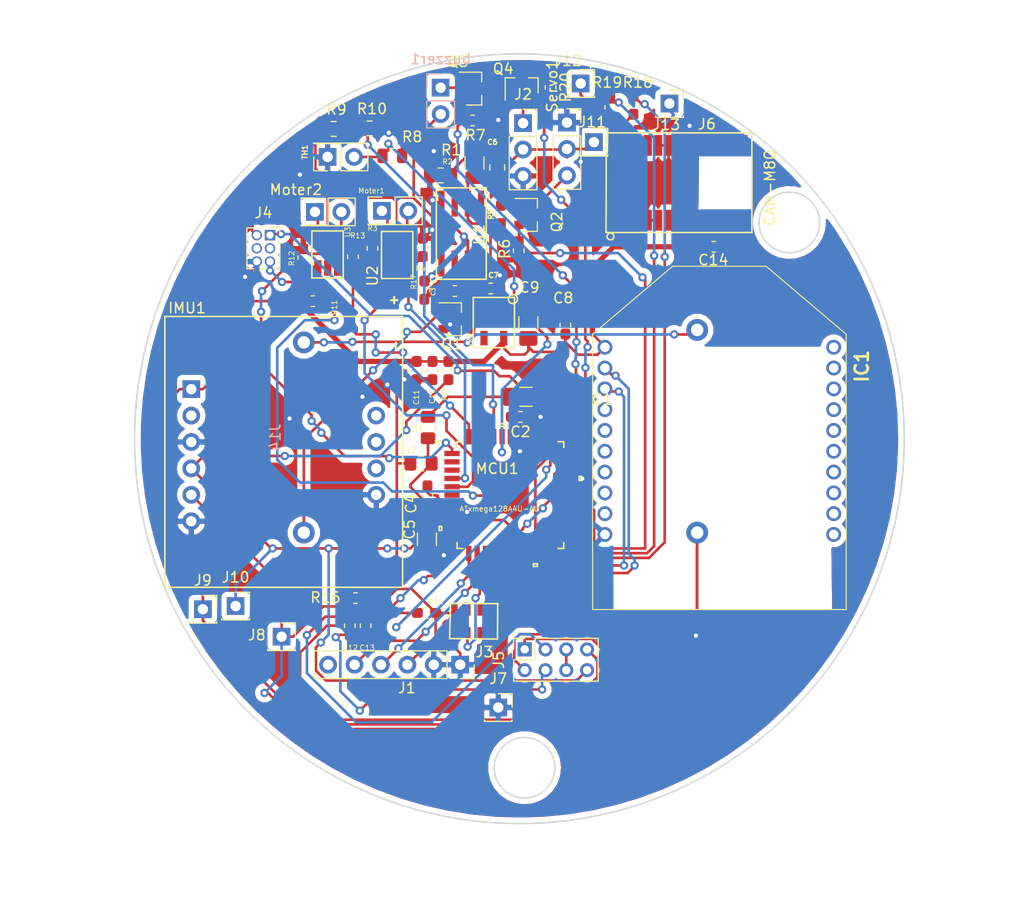
<source format=kicad_pcb>
(kicad_pcb (version 20171130) (host pcbnew "(5.0.0)")
  (layers (0 F.Cu signal) (31 B.Cu signal) (34 B.Paste user) (35 F.Paste user) (36 B.SilkS user) (37 F.SilkS user) (38 B.Mask user) (39 F.Mask user) (44 Edge.Cuts user))
  (net 0 "")
  (net 1 GND)
  (net 2 "Net-(Q3-Pad1)")
  (net 3 +6V)
  (net 4 MCUAVCC)
  (net 5 MCUVCC)
  (net 6 +5V)
  (net 7 +3V3)
  (net 8 "Net-(C12-Pad2)")
  (net 9 "Net-(C12-Pad1)")
  (net 10 "Net-(IC1-Pad20)")
  (net 11 "Net-(IC1-Pad19)")
  (net 12 "Net-(IC1-Pad17)")
  (net 13 "Net-(IC1-Pad16)")
  (net 14 "Net-(IC1-Pad15)")
  (net 15 "Net-(IC1-Pad14)")
  (net 16 "Net-(IC1-Pad13)")
  (net 17 "Net-(IC1-Pad12)")
  (net 18 "Net-(IC1-Pad11)")
  (net 19 "Net-(IC1-Pad9)")
  (net 20 "Net-(IC1-Pad8)")
  (net 21 "Net-(IC1-Pad7)")
  (net 22 "Net-(IC1-Pad6)")
  (net 23 "Net-(IC1-Pad5)")
  (net 24 "Net-(IC1-Pad4)")
  (net 25 TX_PD3)
  (net 26 RX_PD2)
  (net 27 "Net-(IMU1-Pad2)")
  (net 28 SDA)
  (net 29 SCL)
  (net 30 "Net-(IMU1-Pad8)")
  (net 31 "Net-(IMU1-Pad9)")
  (net 32 "Net-(IMU1-Pad7)")
  (net 33 "Net-(J1-Pad6)")
  (net 34 CSB)
  (net 35 "Net-(J3-Pad5)")
  (net 36 MISO)
  (net 37 MOSI)
  (net 38 SCLK)
  (net 39 PDIDATA)
  (net 40 "Net-(J4-Pad3)")
  (net 41 "Net-(J4-Pad4)")
  (net 42 PDICLK)
  (net 43 "Net-(J5-Pad5)")
  (net 44 TX_PD7)
  (net 45 RX_PD6)
  (net 46 "Net-(J6-Pad2)")
  (net 47 "Net-(J6-Pad24)")
  (net 48 "Net-(J6-Pad3)")
  (net 49 "Net-(J6-Pad23)")
  (net 50 "Net-(J6-Pad6)")
  (net 51 "Net-(J6-Pad20)")
  (net 52 "Net-(J6-Pad7)")
  (net 53 "Net-(J6-Pad8)")
  (net 54 "Net-(J6-Pad16)")
  (net 55 "Net-(J6-Pad29)")
  (net 56 "Net-(J6-Pad30)")
  (net 57 "Net-(J6-Pad28)")
  (net 58 MoterRIN2)
  (net 59 "Net-(MCU1-Pad2)")
  (net 60 "Net-(MCU1-Pad3)")
  (net 61 MotorFIN1)
  (net 62 MoterRIN1)
  (net 63 "Net-(MCU1-Pad6)")
  (net 64 "Net-(MCU1-Pad7)")
  (net 65 USART_RX_PC2)
  (net 66 USART_TX_PC3)
  (net 67 TC_PD0)
  (net 68 "Net-(MCU1-Pad21)")
  (net 69 "Net-(MCU1-Pad24)")
  (net 70 "Net-(MCU1-Pad25)")
  (net 71 PWM)
  (net 72 "Net-(MCU1-Pad29)")
  (net 73 "Net-(MCU1-Pad36)")
  (net 74 "Net-(MCU1-Pad37)")
  (net 75 Therm_ADCA0)
  (net 76 ADC_A1)
  (net 77 "Net-(MCU1-Pad42)")
  (net 78 "Net-(MCU1-Pad43)")
  (net 79 MotorFIN2)
  (net 80 "Net-(Moter1-Pad1)")
  (net 81 "Net-(Moter1-Pad2)")
  (net 82 "Net-(Moter2-Pad2)")
  (net 83 "Net-(Moter2-Pad1)")
  (net 84 "Net-(R1-Pad2)")
  (net 85 "Net-(U1-Pad1)")
  (net 86 "Net-(U1-Pad5)")
  (net 87 "Net-(U1-Pad4)")
  (net 88 "Net-(VR1-Pad4)")
  (net 89 "Net-(Q2-Pad1)")
  (net 90 "Net-(R17-Pad1)")
  (net 91 "Net-(J2-Pad1)")
  (net 92 "Net-(J6-Pad26)")
  (net 93 "Net-(J6-Pad25)")
  (net 94 INT)
  (net 95 cameraon)
  (net 96 "Net-(J14-Pad1)")
  (net 97 "Net-(J14-Pad4)")
  (module Connector_PinSocket_2.54mm:PinSocket_1x03_P2.54mm_Vertical (layer F.Cu) (at 86.9696 68.326)
    (fp_text reference J2 (at 0 -2.77) (layer F.SilkS))
    (fp_text value Camera)
    (pad 1 thru_hole rect (at 0 0) (size 1.7 1.7) (drill 1) (layers *.Cu *.Mask) (net 91 "Net-(J2-Pad1)"))
    (pad 2 thru_hole oval (at 0 2.54) (size 1.7 1.7) (drill 1) (layers *.Cu *.Mask) (net 6 +5V))
    (pad 3 thru_hole oval (at 0 5.08) (size 1.7 1.7) (drill 1) (layers *.Cu *.Mask) (net 1 GND))
  )
  (module CanSAT2ndtry:VR_TPS7A7001DDAR (layer F.Cu) (at 81.026 78.9432)
    (fp_text reference U1 (at 1.7272 0.1016 270) (layer F.SilkS))
    (fp_text value VR_TPS7A7001DDAR)
    (pad 8 smd rect (at -1.905 -2.875) (size 0.6 2.5) (layers F.Cu F.Paste F.Mask) (net 1 GND))
    (pad 1 smd rect (at -1.905 2.875) (size 0.6 2.5) (layers F.Cu F.Paste F.Mask) (net 85 "Net-(U1-Pad1)"))
    (pad 7 smd rect (at -0.635 -2.875) (size 0.6 2.5) (layers F.Cu F.Paste F.Mask) (net 84 "Net-(R1-Pad2)"))
    (pad 2 smd rect (at -0.635 2.875) (size 0.6 2.5) (layers F.Cu F.Paste F.Mask) (net 90 "Net-(R17-Pad1)"))
    (pad 6 smd rect (at 0.635 -2.875) (size 0.6 2.5) (layers F.Cu F.Paste F.Mask) (net 6 +5V))
    (pad 3 smd rect (at 0.635 2.875) (size 0.6 2.5) (layers F.Cu F.Paste F.Mask) (net 3 +6V))
    (pad 5 smd rect (at 1.905 -2.875) (size 0.6 2.5) (layers F.Cu F.Paste F.Mask) (net 86 "Net-(U1-Pad5)"))
    (pad 4 smd rect (at 1.905 2.875) (size 0.6 2.5) (layers F.Cu F.Paste F.Mask) (net 87 "Net-(U1-Pad4)"))
  )
  (module CanSAT2ndtry:H-Bridge_MP6513GJ-P (layer F.Cu) (at 75.3542 81.0052)
    (fp_text reference U2 (at -2.8626 2.002 90) (layer F.SilkS))
    (fp_text value H-bridge_MP6513GJ-P)
    (pad 6 smd rect (at -1.425 -1.3) (size 0.7 1.5) (layers F.Cu F.Paste F.Mask) (net 80 "Net-(Moter1-Pad1)"))
    (pad 1 smd rect (at -1.425 1.3) (size 0.7 1.5) (layers F.Cu F.Paste F.Mask) (net 62 MoterRIN1))
    (pad 5 smd rect (at -0.475 -1.3) (size 0.7 1.5) (layers F.Cu F.Paste F.Mask) (net 3 +6V))
    (pad 2 smd rect (at -0.475 1.3) (size 0.7 1.5) (layers F.Cu F.Paste F.Mask) (net 1 GND))
    (pad 4 smd rect (at 0.475 -1.3) (size 0.7 1.5) (layers F.Cu F.Paste F.Mask) (net 81 "Net-(Moter1-Pad2)"))
    (pad 3 smd rect (at 0.475 1.3) (size 0.7 1.5) (layers F.Cu F.Paste F.Mask) (net 61 MotorFIN1))
  )
  (module CanSAT2ndtry:BNO055breakout (layer F.Cu) (at 55.0672 86.9188)
    (fp_text reference IMU1 (at -0.4064 -0.8128) (layer F.SilkS))
    (fp_text value BN0055breakout)
    (pad 1 thru_hole rect (at 0 6.985) (size 1.7 1.7) (drill 1) (layers *.Cu *.Mask) (net 7 +3V3))
    (pad 2 thru_hole oval (at 0 9.525) (size 1.7 1.7) (drill 1) (layers *.Cu *.Mask) (net 27 "Net-(IMU1-Pad2)"))
    (pad 3 thru_hole oval (at 0 12.065) (size 1.7 1.7) (drill 1) (layers *.Cu *.Mask) (net 1 GND))
    (pad 4 thru_hole oval (at 0 14.605) (size 1.7 1.7) (drill 1) (layers *.Cu *.Mask) (net 28 SDA))
    (pad 5 thru_hole oval (at 0 17.145) (size 1.7 1.7) (drill 1) (layers *.Cu *.Mask) (net 29 SCL))
    (pad 6 thru_hole oval (at 0 19.685) (size 1.7 1.7) (drill 1) (layers *.Cu *.Mask) (net 1 GND))
    (pad 8 thru_hole oval (at 17.78 12.065 180) (size 1.7 1.7) (drill 1) (layers *.Cu *.Mask) (net 30 "Net-(IMU1-Pad8)"))
    (pad 9 thru_hole oval (at 17.78 14.605 180) (size 1.7 1.7) (drill 1) (layers *.Cu *.Mask) (net 31 "Net-(IMU1-Pad9)"))
    (pad 7 thru_hole oval (at 17.78 9.525 180) (size 1.7 1.7) (drill 1) (layers *.Cu *.Mask) (net 32 "Net-(IMU1-Pad7)"))
    (pad 10 thru_hole oval (at 17.78 17.145 180) (size 1.7 1.7) (drill 1) (layers *.Cu *.Mask) (net 1 GND))
  )
  (module CanSAT2ndtry:ATXMEGA128A4U-AU (layer F.Cu) (at 85.7504 104.0892)
    (fp_text reference MCU1 (at -1.27 -2.54 180) (layer F.SilkS))
    (fp_text value ATxmega128A4U-AU (at -1.0668 1.3208) (layer F.SilkS) (effects (font (size 0.5 0.5) (thickness 0.075))))
    (fp_text user * (at -6.985 -4.781) (layer F.SilkS))
    (pad 1 smd rect (at -5.6134 -4 90) (size 0.508 1.4732) (layers F.Cu F.Paste F.Mask) (net 58 MoterRIN2))
    (pad 2 smd rect (at -5.6134 -3.199999 90) (size 0.508 1.4732) (layers F.Cu F.Paste F.Mask) (net 59 "Net-(MCU1-Pad2)"))
    (pad 3 smd rect (at -5.6134 -2.4 90) (size 0.508 1.4732) (layers F.Cu F.Paste F.Mask) (net 60 "Net-(MCU1-Pad3)"))
    (pad 4 smd rect (at -5.6134 -1.599999 90) (size 0.508 1.4732) (layers F.Cu F.Paste F.Mask) (net 61 MotorFIN1))
    (pad 5 smd rect (at -5.6134 -0.800001 90) (size 0.508 1.4732) (layers F.Cu F.Paste F.Mask) (net 62 MoterRIN1))
    (pad 6 smd rect (at -5.6134 0 90) (size 0.508 1.4732) (layers F.Cu F.Paste F.Mask) (net 63 "Net-(MCU1-Pad6)"))
    (pad 7 smd rect (at -5.6134 0.800001 90) (size 0.508 1.4732) (layers F.Cu F.Paste F.Mask) (net 64 "Net-(MCU1-Pad7)"))
    (pad 8 smd rect (at -5.6134 1.599999 90) (size 0.508 1.4732) (layers F.Cu F.Paste F.Mask) (net 1 GND))
    (pad 9 smd rect (at -5.6134 2.4 90) (size 0.508 1.4732) (layers F.Cu F.Paste F.Mask) (net 5 MCUVCC))
    (pad 10 smd rect (at -5.6134 3.199999 90) (size 0.508 1.4732) (layers F.Cu F.Paste F.Mask) (net 28 SDA))
    (pad 11 smd rect (at -5.6134 4 90) (size 0.508 1.4732) (layers F.Cu F.Paste F.Mask) (net 29 SCL))
    (pad 12 smd rect (at -4 5.6134) (size 0.508 1.4732) (layers F.Cu F.Paste F.Mask) (net 65 USART_RX_PC2))
    (pad 13 smd rect (at -3.199999 5.6134) (size 0.508 1.4732) (layers F.Cu F.Paste F.Mask) (net 66 USART_TX_PC3))
    (pad 14 smd rect (at -2.4 5.6134) (size 0.508 1.4732) (layers F.Cu F.Paste F.Mask) (net 34 CSB))
    (pad 15 smd rect (at -1.599999 5.6134) (size 0.508 1.4732) (layers F.Cu F.Paste F.Mask) (net 37 MOSI))
    (pad 16 smd rect (at -0.800001 5.6134) (size 0.508 1.4732) (layers F.Cu F.Paste F.Mask) (net 36 MISO))
    (pad 17 smd rect (at 0 5.6134) (size 0.508 1.4732) (layers F.Cu F.Paste F.Mask) (net 38 SCLK))
    (pad 18 smd rect (at 0.800001 5.6134) (size 0.508 1.4732) (layers F.Cu F.Paste F.Mask) (net 1 GND))
    (pad 19 smd rect (at 1.599999 5.6134) (size 0.508 1.4732) (layers F.Cu F.Paste F.Mask) (net 5 MCUVCC))
    (pad 20 smd rect (at 2.4 5.6134) (size 0.508 1.4732) (layers F.Cu F.Paste F.Mask) (net 67 TC_PD0))
    (pad 21 smd rect (at 3.199999 5.6134) (size 0.508 1.4732) (layers F.Cu F.Paste F.Mask) (net 68 "Net-(MCU1-Pad21)"))
    (pad 22 smd rect (at 4 5.6134) (size 0.508 1.4732) (layers F.Cu F.Paste F.Mask) (net 26 RX_PD2))
    (pad 23 smd rect (at 5.6134 4 90) (size 0.508 1.4732) (layers F.Cu F.Paste F.Mask) (net 25 TX_PD3))
    (pad 24 smd rect (at 5.6134 3.199999 90) (size 0.508 1.4732) (layers F.Cu F.Paste F.Mask) (net 69 "Net-(MCU1-Pad24)"))
    (pad 25 smd rect (at 5.6134 2.4 90) (size 0.508 1.4732) (layers F.Cu F.Paste F.Mask) (net 70 "Net-(MCU1-Pad25)"))
    (pad 26 smd rect (at 5.6134 1.599999 90) (size 0.508 1.4732) (layers F.Cu F.Paste F.Mask) (net 45 RX_PD6))
    (pad 27 smd rect (at 5.6134 0.800001 90) (size 0.508 1.4732) (layers F.Cu F.Paste F.Mask) (net 44 TX_PD7))
    (pad 28 smd rect (at 5.6134 0 90) (size 0.508 1.4732) (layers F.Cu F.Paste F.Mask) (net 71 PWM))
    (pad 29 smd rect (at 5.6134 -0.800001 90) (size 0.508 1.4732) (layers F.Cu F.Paste F.Mask) (net 72 "Net-(MCU1-Pad29)"))
    (pad 30 smd rect (at 5.6134 -1.599999 90) (size 0.508 1.4732) (layers F.Cu F.Paste F.Mask) (net 1 GND))
    (pad 31 smd rect (at 5.6134 -2.4 90) (size 0.508 1.4732) (layers F.Cu F.Paste F.Mask) (net 5 MCUVCC))
    (pad 32 smd rect (at 5.6134 -3.199999 90) (size 0.508 1.4732) (layers F.Cu F.Paste F.Mask) (net 95 cameraon))
    (pad 33 smd rect (at 5.6134 -4 90) (size 0.508 1.4732) (layers F.Cu F.Paste F.Mask) (net 94 INT))
    (pad 34 smd rect (at 4 -5.6134) (size 0.508 1.4732) (layers F.Cu F.Paste F.Mask) (net 39 PDIDATA))
    (pad 35 smd rect (at 3.199999 -5.6134) (size 0.508 1.4732) (layers F.Cu F.Paste F.Mask) (net 42 PDICLK))
    (pad 36 smd rect (at 2.4 -5.6134) (size 0.508 1.4732) (layers F.Cu F.Paste F.Mask) (net 73 "Net-(MCU1-Pad36)"))
    (pad 37 smd rect (at 1.599999 -5.6134) (size 0.508 1.4732) (layers F.Cu F.Paste F.Mask) (net 74 "Net-(MCU1-Pad37)"))
    (pad 38 smd rect (at 0.800001 -5.6134) (size 0.508 1.4732) (layers F.Cu F.Paste F.Mask) (net 1 GND))
    (pad 39 smd rect (at 0 -5.6134) (size 0.508 1.4732) (layers F.Cu F.Paste F.Mask) (net 4 MCUAVCC))
    (pad 40 smd rect (at -0.800001 -5.6134) (size 0.508 1.4732) (layers F.Cu F.Paste F.Mask) (net 75 Therm_ADCA0))
    (pad 41 smd rect (at -1.599999 -5.6134) (size 0.508 1.4732) (layers F.Cu F.Paste F.Mask) (net 76 ADC_A1))
    (pad 42 smd rect (at -2.4 -5.6134) (size 0.508 1.4732) (layers F.Cu F.Paste F.Mask) (net 77 "Net-(MCU1-Pad42)"))
    (pad 43 smd rect (at -3.199999 -5.6134) (size 0.508 1.4732) (layers F.Cu F.Paste F.Mask) (net 78 "Net-(MCU1-Pad43)"))
    (pad 44 smd rect (at -4 -5.6134) (size 0.508 1.4732) (layers F.Cu F.Paste F.Mask) (net 79 MotorFIN2))
  )
  (module Capacitor_SMD:C_1206_3216Metric_Pad1.42x1.75mm_HandSolder (layer F.Cu) (at 87.2379 94.6404)
    (fp_text reference C1 (at 7.3295 0.254) (layer F.SilkS))
    (fp_text value 10uF)
    (pad 1 smd roundrect (at -1.4875 0) (size 1.425 1.75) (layers F.Cu F.Paste F.Mask) (roundrect_rratio 0.175439) (net 4 MCUAVCC))
    (pad 2 smd roundrect (at 1.4875 0) (size 1.425 1.75) (layers F.Cu F.Paste F.Mask) (roundrect_rratio 0.175439) (net 1 GND))
  )
  (module Capacitor_SMD:C_1206_3216Metric_Pad1.42x1.75mm_HandSolder (layer F.Cu) (at 77.724 108.3421 270)
    (fp_text reference C5 (at -0.9509 1.6764 270) (layer F.SilkS))
    (fp_text value 10uF)
    (pad 1 smd roundrect (at -1.4875 0 270) (size 1.425 1.75) (layers F.Cu F.Paste F.Mask) (roundrect_rratio 0.175439) (net 5 MCUVCC))
    (pad 2 smd roundrect (at 1.4875 0 270) (size 1.425 1.75) (layers F.Cu F.Paste F.Mask) (roundrect_rratio 0.175439) (net 1 GND))
  )
  (module Capacitor_SMD:C_0805_2012Metric_Pad1.15x1.40mm_HandSolder (layer F.Cu) (at 84.4804 72.5842 90)
    (fp_text reference C6 (at 2.4294 -0.4572 180) (layer F.SilkS) (effects (font (size 0.5 0.5) (thickness 0.125))))
    (fp_text value 10uF)
    (pad 1 smd roundrect (at -1.025 0 90) (size 1.15 1.4) (layers F.Cu F.Paste F.Mask) (roundrect_rratio 0.217391) (net 6 +5V))
    (pad 2 smd roundrect (at 1.025 0 90) (size 1.15 1.4) (layers F.Cu F.Paste F.Mask) (roundrect_rratio 0.217391) (net 1 GND))
  )
  (module Connector_PinSocket_1.27mm:PinSocket_2x03_P1.27mm_Vertical (layer F.Cu) (at 62.6364 79.0956)
    (fp_text reference J4 (at -0.635 -2.135) (layer F.SilkS))
    (fp_text value Debugger)
    (pad 1 thru_hole rect (at 0 0) (size 1 1) (drill 0.7) (layers *.Cu *.Mask) (net 39 PDIDATA))
    (pad 2 thru_hole oval (at -1.27 0) (size 1 1) (drill 0.7) (layers *.Cu *.Mask) (net 7 +3V3))
    (pad 3 thru_hole oval (at 0 1.27) (size 1 1) (drill 0.7) (layers *.Cu *.Mask) (net 40 "Net-(J4-Pad3)"))
    (pad 4 thru_hole oval (at -1.27 1.27) (size 1 1) (drill 0.7) (layers *.Cu *.Mask) (net 41 "Net-(J4-Pad4)"))
    (pad 5 thru_hole oval (at 0 2.54) (size 1 1) (drill 0.7) (layers *.Cu *.Mask) (net 42 PDICLK))
    (pad 6 thru_hole oval (at -1.27 2.54) (size 1 1) (drill 0.7) (layers *.Cu *.Mask) (net 1 GND))
  )
  (module Resistor_SMD:R_0603_1608Metric_Pad1.05x0.95mm_HandSolder (layer F.Cu) (at 95.3516 66.802 90)
    (fp_text reference R19 (at 2.3876 -0.3048 180) (layer F.SilkS))
    (fp_text value 220ohm)
    (pad 1 smd roundrect (at -0.875 0 90) (size 1.05 0.95) (layers F.Cu F.Paste F.Mask) (net 92 "Net-(J6-Pad26)"))
    (pad 2 smd roundrect (at 0.875 0 90) (size 1.05 0.95) (layers F.Cu F.Paste F.Mask) (net 44 TX_PD7))
  )
  (module Package_TO_SOT_SMD:SOT-23 (layer F.Cu) (at 86.8324 64.7352 90)
    (fp_text reference Q4 (at 1.6256 -1.778 180) (layer F.SilkS))
    (fp_text value Q_NMOS_BSS138)
    (pad 1 smd rect (at -1 -0.95 90) (size 0.9 0.8) (layers F.Cu F.Paste F.Mask) (net 91 "Net-(J2-Pad1)"))
    (pad 2 smd rect (at -1 0.95 90) (size 0.9 0.8) (layers F.Cu F.Paste F.Mask) (net 95 cameraon))
    (pad 3 smd rect (at 1 0 90) (size 0.9 0.8) (layers F.Cu F.Paste F.Mask) (net 1 GND))
  )
  (module Resistor_SMD:R_0603_1608Metric_Pad1.05x0.95mm_HandSolder (layer F.Cu) (at 97.5868 66.5988 90)
    (fp_text reference R18 (at 2.1844 0.4064 180) (layer F.SilkS))
    (fp_text value 220ohm)
    (pad 2 smd roundrect (at 0.875 0 90) (size 1.05 0.95) (layers F.Cu F.Paste F.Mask) (net 45 RX_PD6))
    (pad 1 smd roundrect (at -0.875 0 90) (size 1.05 0.95) (layers F.Cu F.Paste F.Mask) (net 93 "Net-(J6-Pad25)"))
  )
  (module CanSAT2ndtry:BatteryHolder (layer B.Cu) (at 84.7976 98.551 270)
    (fp_text reference J14 (at 0 21.66 270) (layer B.SilkS) (effects (justify mirror)))
    (fp_text value "Battery_Holder_keystone 1079")
    (pad 1 thru_hole circle (at -9.145 18.91 270) (size 2.1 2.1) (drill 1.2) (layers *.Cu *.Mask) (net 96 "Net-(J14-Pad1)"))
    (pad 4 thru_hole circle (at 9.145 18.91 270) (size 2.1 2.1) (drill 1.2) (layers *.Cu *.Mask) (net 97 "Net-(J14-Pad4)"))
    (pad 3 thru_hole circle (at 9.145 -18.91 270) (size 2.1 2.1) (drill 1.2) (layers *.Cu *.Mask) (net 1 GND))
    (pad 2 thru_hole circle (at -10.34 -18.91 270) (size 2.1 2.1) (drill 1.2) (layers *.Cu *.Mask) (net 96 "Net-(J14-Pad1)"))
  )
  (module Connector_PinSocket_2.54mm:PinSocket_2x01_P2.54mm_Vertical (layer F.Cu) (at 68.1736 71.5772 180)
    (fp_text reference TH1 (at 2.1844 0.4572 90) (layer F.SilkS) (effects (font (size 0.5 0.5) (thickness 0.125))))
    (fp_text value Therm_NXRT15WB473FA3A016)
    (pad 1 thru_hole rect (at 0 0 180) (size 1.7 1.7) (drill 1) (layers *.Cu *.Mask) (net 1 GND))
    (pad 2 thru_hole oval (at -2.54 0 180) (size 1.7 1.7) (drill 1) (layers *.Cu *.Mask) (net 75 Therm_ADCA0))
  )
  (module Resistor_SMD:R_0603_1608Metric_Pad1.05x0.95mm_HandSolder (layer F.Cu) (at 70.612 81.167 90)
    (fp_text reference R13 (at 2.0206 0.4572 180) (layer F.SilkS) (effects (font (size 0.5 0.5) (thickness 0.075))))
    (fp_text value 10kohm)
    (pad 1 smd roundrect (at -0.875 0 90) (size 1.05 0.95) (layers F.Cu F.Paste F.Mask) (net 79 MotorFIN2))
    (pad 2 smd roundrect (at 0.875 0 90) (size 1.05 0.95) (layers F.Cu F.Paste F.Mask) (net 1 GND))
  )
  (module Resistor_SMD:R_0603_1608Metric_Pad1.05x0.95mm_HandSolder (layer F.Cu) (at 79.7814 92.1144 270)
    (fp_text reference R15 (at 2.272 0.381 270) (layer F.SilkS) (effects (font (size 0.4 0.4) (thickness 0.075))))
    (fp_text value 10kohm)
    (pad 1 smd roundrect (at -0.875 0 270) (size 1.05 0.95) (layers F.Cu F.Paste F.Mask) (net 7 +3V3))
    (pad 2 smd roundrect (at 0.875 0 270) (size 1.05 0.95) (layers F.Cu F.Paste F.Mask) (net 28 SDA))
  )
  (module Connector_PinSocket_2.54mm:PinSocket_1x01_P2.54mm_Vertical (layer F.Cu) (at 84.582 124.5108)
    (fp_text reference J7 (at 0 -2.77) (layer F.SilkS))
    (fp_text value GND)
    (pad 1 thru_hole rect (at 0 0) (size 1.7 1.7) (drill 1) (layers *.Cu *.Mask) (net 1 GND))
  )
  (module Connector_PinSocket_2.54mm:PinSocket_1x01_P2.54mm_Vertical (layer F.Cu) (at 63.754 117.7036)
    (fp_text reference J8 (at -2.3876 -0.1524) (layer F.SilkS))
    (fp_text value SCL)
    (pad 1 thru_hole rect (at 0 0) (size 1.7 1.7) (drill 1) (layers *.Cu *.Mask) (net 29 SCL))
  )
  (module Connector_PinSocket_2.54mm:PinSocket_1x01_P2.54mm_Vertical (layer F.Cu) (at 56.1848 115.062)
    (fp_text reference J9 (at 0 -2.77) (layer F.SilkS))
    (fp_text value 3v)
    (pad 1 thru_hole rect (at 0 0) (size 1.7 1.7) (drill 1) (layers *.Cu *.Mask) (net 7 +3V3))
  )
  (module Capacitor_SMD:C_0805_2012Metric (layer F.Cu) (at 72.2099 68.834 180)
    (fp_text reference R10 (at -0.2309 1.8796 180) (layer F.SilkS))
    (fp_text value 2kohm)
    (pad 1 smd roundrect (at -0.9375 0 180) (size 0.975 1.4) (layers F.Cu F.Paste F.Mask) (net 1 GND))
    (pad 2 smd roundrect (at 0.9375 0 180) (size 0.975 1.4) (layers F.Cu F.Paste F.Mask) (net 76 ADC_A1))
  )
  (module Resistor_SMD:R_0603_1608Metric_Pad1.05x0.95mm_HandSolder (layer F.Cu) (at 66.7512 85.4456)
    (fp_text reference R11 (at 2.0828 0.6096 90) (layer F.SilkS) (effects (font (size 0.5 0.5) (thickness 0.075))))
    (fp_text value 10kohm)
    (pad 2 smd roundrect (at 0.875 0) (size 1.05 0.95) (layers F.Cu F.Paste F.Mask) (net 42 PDICLK))
    (pad 1 smd roundrect (at -0.875 0) (size 1.05 0.95) (layers F.Cu F.Paste F.Mask) (net 7 +3V3))
  )
  (module Resistor_SMD:R_0603_1608Metric_Pad1.05x0.95mm_HandSolder (layer F.Cu) (at 65.8368 81.2686 90)
    (fp_text reference R12 (at -0.0622 -1.1176 90) (layer F.SilkS) (effects (font (size 0.5 0.5) (thickness 0.075))))
    (fp_text value 10kohm)
    (pad 2 smd roundrect (at 0.875 0 90) (size 1.05 0.95) (layers F.Cu F.Paste F.Mask) (net 1 GND))
    (pad 1 smd roundrect (at -0.875 0 90) (size 1.05 0.95) (layers F.Cu F.Paste F.Mask) (net 58 MoterRIN2))
  )
  (module Resistor_SMD:R_0603_1608Metric_Pad1.05x0.95mm_HandSolder (layer F.Cu) (at 77.6846 115.4176 180)
    (fp_text reference R14 (at -0.903 1.0668 180) (layer F.SilkS) (effects (font (size 0.5 0.5) (thickness 0.075))))
    (fp_text value 10kohm)
    (pad 1 smd roundrect (at -0.875 0 180) (size 1.05 0.95) (layers F.Cu F.Paste F.Mask) (net 7 +3V3))
    (pad 2 smd roundrect (at 0.875 0 180) (size 1.05 0.95) (layers F.Cu F.Paste F.Mask) (net 94 INT))
  )
  (module CanSAT2ndtry:H-Bridge_MP6513GJ-P (layer F.Cu) (at 68.6638 80.9544)
    (fp_text reference U3 (at 1.4402 -2.1636 90) (layer F.SilkS) (effects (font (size 0.5 0.5) (thickness 0.075))))
    (fp_text value H-bridge_MP6513GJ-P)
    (pad 3 smd rect (at 0.475 1.3) (size 0.7 1.5) (layers F.Cu F.Paste F.Mask) (net 79 MotorFIN2))
    (pad 4 smd rect (at 0.475 -1.3) (size 0.7 1.5) (layers F.Cu F.Paste F.Mask) (net 82 "Net-(Moter2-Pad2)"))
    (pad 2 smd rect (at -0.475 1.3) (size 0.7 1.5) (layers F.Cu F.Paste F.Mask) (net 1 GND))
    (pad 5 smd rect (at -0.475 -1.3) (size 0.7 1.5) (layers F.Cu F.Paste F.Mask) (net 3 +6V))
    (pad 1 smd rect (at -1.425 1.3) (size 0.7 1.5) (layers F.Cu F.Paste F.Mask) (net 58 MoterRIN2))
    (pad 6 smd rect (at -1.425 -1.3) (size 0.7 1.5) (layers F.Cu F.Paste F.Mask) (net 83 "Net-(Moter2-Pad1)"))
  )
  (module CanSAT2ndtry:VR_296-50411-1-ND (layer F.Cu) (at 84.1604 87.5016 180)
    (fp_text reference VR1 (at 2.3216 -1.7032 270) (layer F.SilkS) (effects (font (size 0.5 0.5) (thickness 0.075))))
    (fp_text value VR__TLV75533PDBVR)
    (pad 5 smd rect (at -0.95 -1.5 180) (size 0.7 1.4) (layers F.Cu F.Paste F.Mask) (net 7 +3V3))
    (pad 1 smd rect (at -0.95 1.5 180) (size 0.7 1.4) (layers F.Cu F.Paste F.Mask) (net 3 +6V))
    (pad 2 smd rect (at 0 1.5 180) (size 0.7 1.4) (layers F.Cu F.Paste F.Mask) (net 1 GND))
    (pad 4 smd rect (at 0.95 -1.5 180) (size 0.7 1.4) (layers F.Cu F.Paste F.Mask) (net 88 "Net-(VR1-Pad4)"))
    (pad 3 smd rect (at 0.95 1.5 180) (size 0.7 1.4) (layers F.Cu F.Paste F.Mask) (net 6 +5V))
  )
  (module Resistor_SMD:R_0603_1608Metric_Pad1.05x0.95mm_HandSolder (layer F.Cu) (at 70.8546 113.9952)
    (fp_text reference R16 (at -2.8842 -0.0508) (layer F.SilkS))
    (fp_text value 10kohm)
    (pad 2 smd roundrect (at 0.875 0) (size 1.05 0.95) (layers F.Cu F.Paste F.Mask) (net 29 SCL))
    (pad 1 smd roundrect (at -0.875 0) (size 1.05 0.95) (layers F.Cu F.Paste F.Mask) (net 7 +3V3))
  )
  (module Connector_PinSocket_2.54mm:PinSocket_1x03_P2.54mm_Vertical (layer F.Cu) (at 91.186 68.2752)
    (fp_text reference Servo1 (at -1.4224 -3.5052 90) (layer F.SilkS))
    (fp_text value Servo_Adafruit_1142)
    (pad 1 thru_hole rect (at 0 0) (size 1.7 1.7) (drill 1) (layers *.Cu *.Mask) (net 1 GND))
    (pad 2 thru_hole oval (at 0 2.54) (size 1.7 1.7) (drill 1) (layers *.Cu *.Mask) (net 6 +5V))
    (pad 3 thru_hole oval (at 0 5.08) (size 1.7 1.7) (drill 1) (layers *.Cu *.Mask) (net 89 "Net-(Q2-Pad1)"))
  )
  (module Connector_PinHeader_2.54mm:PinHeader_2x01_P2.54mm_Vertical (layer F.Cu) (at 73.391 76.7588)
    (fp_text reference Moter1 (at -1.001 -1.9304) (layer F.SilkS) (effects (font (size 0.5 0.5) (thickness 0.075))))
    (fp_text value Moter_Adafruit_711)
    (pad 1 thru_hole rect (at 0 0) (size 1.7 1.7) (drill 1) (layers *.Cu *.Mask) (net 80 "Net-(Moter1-Pad1)"))
    (pad 2 thru_hole oval (at 2.54 0) (size 1.7 1.7) (drill 1) (layers *.Cu *.Mask) (net 81 "Net-(Moter1-Pad2)"))
  )
  (module Connector_PinHeader_2.54mm:PinHeader_2x01_P2.54mm_Vertical (layer F.Cu) (at 66.9544 76.8604)
    (fp_text reference Moter2 (at -1.8288 -2.1336) (layer F.SilkS))
    (fp_text value Moter_Adafruit_711)
    (pad 2 thru_hole oval (at 2.54 0) (size 1.7 1.7) (drill 1) (layers *.Cu *.Mask) (net 82 "Net-(Moter2-Pad2)"))
    (pad 1 thru_hole rect (at 0 0) (size 1.7 1.7) (drill 1) (layers *.Cu *.Mask) (net 83 "Net-(Moter2-Pad1)"))
  )
  (module Connector_PinSocket_2.54mm:PinSocket_1x01_P2.54mm_Vertical (layer F.Cu) (at 92.5068 64.516)
    (fp_text reference J12 (at -1.2192 -2.1844) (layer F.SilkS))
    (fp_text value Tx)
    (pad 1 thru_hole rect (at 0 0) (size 1.7 1.7) (drill 1) (layers *.Cu *.Mask) (net 44 TX_PD7))
  )
  (module Connector_PinSocket_2.54mm:PinSocket_1x01_P2.54mm_Vertical (layer F.Cu) (at 59.3344 114.7572)
    (fp_text reference J10 (at 0 -2.77) (layer F.SilkS))
    (fp_text value SDA)
    (pad 1 thru_hole rect (at 0 0) (size 1.7 1.7) (drill 1) (layers *.Cu *.Mask) (net 28 SDA))
  )
  (module Resistor_SMD:R_0603_1608Metric_Pad1.05x0.95mm_HandSolder (layer F.Cu) (at 77.47 84.3902 90)
    (fp_text reference R17 (at 0.8014 -1.016 90) (layer F.SilkS) (effects (font (size 0.5 0.5) (thickness 0.075))))
    (fp_text value 10kohm)
    (pad 1 smd roundrect (at -0.875 0 90) (size 1.05 0.95) (layers F.Cu F.Paste F.Mask) (net 90 "Net-(R17-Pad1)"))
    (pad 2 smd roundrect (at 0.875 0 90) (size 1.05 0.95) (layers F.Cu F.Paste F.Mask) (net 3 +6V))
  )
  (module Connector_PinSocket_2.54mm:PinSocket_1x01_P2.54mm_Vertical (layer F.Cu) (at 101.0412 66.4464)
    (fp_text reference J13 (at -0.3048 2.032) (layer F.SilkS))
    (fp_text value Rx)
    (pad 1 thru_hole rect (at 0 0) (size 1.7 1.7) (drill 1) (layers *.Cu *.Mask) (net 45 RX_PD6))
  )
  (module Resistor_SMD:R_0805_2012Metric_Pad1.15x1.40mm_HandSolder (layer F.Cu) (at 79.0358 73.3552 180)
    (fp_text reference R2 (at -0.6694 1.3208 180) (layer F.SilkS) (effects (font (size 0.5 0.5) (thickness 0.075))))
    (fp_text value 30Kohm)
    (pad 1 smd roundrect (at -1.025 0 180) (size 1.15 1.4) (layers F.Cu F.Paste F.Mask) (roundrect_rratio 0.217391) (net 84 "Net-(R1-Pad2)"))
    (pad 2 smd roundrect (at 1.025 0 180) (size 1.15 1.4) (layers F.Cu F.Paste F.Mask) (roundrect_rratio 0.217391) (net 1 GND))
  )
  (module Resistor_SMD:R_0603_1608Metric_Pad1.05x0.95mm_HandSolder (layer F.Cu) (at 84.836 77.1144 90)
    (fp_text reference R5 (at 0 -0.9652 90) (layer F.SilkS) (effects (font (size 0.5 0.5) (thickness 0.125))))
    (fp_text value 10kohm)
    (pad 2 smd roundrect (at 0.875 0 90) (size 1.05 0.95) (layers F.Cu F.Paste F.Mask) (net 89 "Net-(Q2-Pad1)"))
    (pad 1 smd roundrect (at -0.875 0 90) (size 1.05 0.95) (layers F.Cu F.Paste F.Mask) (net 6 +5V))
  )
  (module Resistor_SMD:R_0603_1608Metric_Pad1.05x0.95mm_HandSolder (layer F.Cu) (at 86.5505 80.5955 270)
    (fp_text reference R6 (at -0.1791 1.3589 270) (layer F.SilkS))
    (fp_text value 10kohm)
    (pad 1 smd roundrect (at -0.875 0 270) (size 1.05 0.95) (layers F.Cu F.Paste F.Mask) (net 71 PWM))
    (pad 2 smd roundrect (at 0.875 0 270) (size 1.05 0.95) (layers F.Cu F.Paste F.Mask) (net 1 GND))
  )
  (module Resistor_SMD:R_0603_1608Metric_Pad1.05x0.95mm_HandSolder (layer F.Cu) (at 82.1042 68.072 180)
    (fp_text reference R7 (at -0.2934 -1.4224 180) (layer F.SilkS))
    (fp_text value 10kohm)
    (pad 1 smd roundrect (at -0.875 0 180) (size 1.05 0.95) (layers F.Cu F.Paste F.Mask) (net 1 GND))
    (pad 2 smd roundrect (at 0.875 0 180) (size 1.05 0.95) (layers F.Cu F.Paste F.Mask) (net 67 TC_PD0))
  )
  (module Capacitor_SMD:C_0805_2012Metric (layer F.Cu) (at 74.3943 71.4756)
    (fp_text reference R8 (at 1.9073 -1.8288) (layer F.SilkS))
    (fp_text value 2kohm)
    (pad 2 smd roundrect (at 0.9375 0) (size 0.975 1.4) (layers F.Cu F.Paste F.Mask) (net 7 +3V3))
    (pad 1 smd roundrect (at -0.9375 0) (size 0.975 1.4) (layers F.Cu F.Paste F.Mask) (net 75 Therm_ADCA0))
  )
  (module Capacitor_SMD:C_0805_2012Metric (layer F.Cu) (at 68.7555 68.8848 180)
    (fp_text reference R9 (at -0.2817 1.8796 180) (layer F.SilkS))
    (fp_text value 5kohm)
    (pad 1 smd roundrect (at -0.9375 0 180) (size 0.975 1.4) (layers F.Cu F.Paste F.Mask) (net 76 ADC_A1))
    (pad 2 smd roundrect (at 0.9375 0 180) (size 0.975 1.4) (layers F.Cu F.Paste F.Mask) (net 3 +6V))
  )
  (module CanSAT2ndtry:CAM-M8Q (layer F.Cu) (at 101.9556 74.0664)
    (fp_text reference J6 (at 2.6924 -5.6388) (layer F.SilkS))
    (fp_text value CAM-M8Q-GPS)
    (fp_text user CAM-M8Q (at 8.7376 0.4572 90) (layer F.SilkS))
    (pad 26 smd rect (at -6 -3.6) (size 0.8 2) (layers F.Cu F.Paste F.Mask) (net 92 "Net-(J6-Pad26)"))
    (pad 1 smd rect (at -6 3.6) (size 0.8 2) (layers F.Cu F.Paste F.Mask) (net 7 +3V3))
    (pad 25 smd rect (at -5 -3.6) (size 0.8 2) (layers F.Cu F.Paste F.Mask) (net 93 "Net-(J6-Pad25)"))
    (pad 2 smd rect (at -5 3.6) (size 0.8 2) (layers F.Cu F.Paste F.Mask) (net 46 "Net-(J6-Pad2)"))
    (pad 24 smd rect (at -4 -3.6) (size 0.8 2) (layers F.Cu F.Paste F.Mask) (net 47 "Net-(J6-Pad24)"))
    (pad 3 smd rect (at -4 3.6) (size 0.8 2) (layers F.Cu F.Paste F.Mask) (net 48 "Net-(J6-Pad3)"))
    (pad 23 smd rect (at -3 -3.6) (size 0.8 2) (layers F.Cu F.Paste F.Mask) (net 49 "Net-(J6-Pad23)"))
    (pad 4 smd rect (at -3 3.6) (size 0.8 2) (layers F.Cu F.Paste F.Mask) (net 1 GND))
    (pad 22 smd rect (at -2 -3.6) (size 0.8 2) (layers F.Cu F.Paste F.Mask) (net 1 GND))
    (pad 5 smd rect (at -2 3.6) (size 0.8 2) (layers F.Cu F.Paste F.Mask) (net 1 GND))
    (pad 21 smd rect (at -1 -3.6) (size 0.8 2) (layers F.Cu F.Paste F.Mask) (net 1 GND))
    (pad 6 smd rect (at -1 3.6) (size 0.8 2) (layers F.Cu F.Paste F.Mask) (net 50 "Net-(J6-Pad6)"))
    (pad 20 smd rect (at 0 -3.6) (size 0.8 2) (layers F.Cu F.Paste F.Mask) (net 51 "Net-(J6-Pad20)"))
    (pad 7 smd rect (at 0 3.6) (size 0.8 2) (layers F.Cu F.Paste F.Mask) (net 52 "Net-(J6-Pad7)"))
    (pad 19 smd rect (at 1 -3.6) (size 0.8 2) (layers F.Cu F.Paste F.Mask) (net 1 GND))
    (pad 8 smd rect (at 1 3.6) (size 0.8 2) (layers F.Cu F.Paste F.Mask) (net 53 "Net-(J6-Pad8)"))
    (pad 18 smd rect (at 2 -3.6) (size 0.8 2) (layers F.Cu F.Paste F.Mask) (net 1 GND))
    (pad 9 smd rect (at 2 3.6) (size 0.8 2) (layers F.Cu F.Paste F.Mask) (net 7 +3V3))
    (pad 17 smd rect (at 3 -3.6) (size 0.8 2) (layers F.Cu F.Paste F.Mask) (net 54 "Net-(J6-Pad16)"))
    (pad 10 smd rect (at 3 3.6) (size 0.8 2) (layers F.Cu F.Paste F.Mask) (net 1 GND))
    (pad 16 smd rect (at 4 -3.6) (size 0.8 2) (layers F.Cu F.Paste F.Mask) (net 54 "Net-(J6-Pad16)"))
    (pad 11 smd rect (at 4 3.6) (size 0.8 2) (layers F.Cu F.Paste F.Mask) (net 1 GND))
    (pad 15 smd rect (at 5 -3.6) (size 0.8 2) (layers F.Cu F.Paste F.Mask) (net 1 GND))
    (pad 12 smd rect (at 5 3.6) (size 0.8 2) (layers F.Cu F.Paste F.Mask) (net 1 GND))
    (pad 14 smd rect (at 6.1 -3.6) (size 1 2) (layers F.Cu F.Paste F.Mask) (net 1 GND))
    (pad 13 smd rect (at 6.1 3.6) (size 1 2) (layers F.Cu F.Paste F.Mask) (net 1 GND))
    (pad 29 smd rect (at -6.56 0 90) (size 0.8 2) (layers F.Cu F.Paste F.Mask) (net 55 "Net-(J6-Pad29)"))
    (pad 27 smd rect (at -6.56 -2 90) (size 0.8 2) (layers F.Cu F.Paste F.Mask) (net 1 GND))
    (pad 31 smd rect (at -6.56 2 90) (size 0.8 2) (layers F.Cu F.Paste F.Mask) (net 1 GND))
    (pad 30 smd rect (at -6.56 1 90) (size 0.8 2) (layers F.Cu F.Paste F.Mask) (net 56 "Net-(J6-Pad30)"))
    (pad 28 smd rect (at -6.56 -1 90) (size 0.8 2) (layers F.Cu F.Paste F.Mask) (net 57 "Net-(J6-Pad28)"))
  )
  (module Package_TO_SOT_SMD:SOT-23 (layer F.Cu) (at 80.2734 87.183)
    (fp_text reference Q1 (at -0.1618 2.3774) (layer F.SilkS))
    (fp_text value Q_PMOS_DMG2305UX-13DIDKR-ND)
    (pad 1 smd rect (at -1 -0.95) (size 0.9 0.8) (layers F.Cu F.Paste F.Mask) (net 97 "Net-(J14-Pad4)"))
    (pad 2 smd rect (at -1 0.95) (size 0.9 0.8) (layers F.Cu F.Paste F.Mask) (net 1 GND))
    (pad 3 smd rect (at 1 0) (size 0.9 0.8) (layers F.Cu F.Paste F.Mask) (net 3 +6V))
  )
  (module Inductor_SMD:L_0805_2012Metric_Pad1.15x1.40mm_HandSolder (layer F.Cu) (at 77.1562 101.0412)
    (fp_text reference L2 (at -0.9054 -1.27) (layer F.SilkS) (effects (font (size 0.5 0.5) (thickness 0.075))))
    (fp_text value 10uH)
    (pad 2 smd roundrect (at 1.025 0) (size 1.15 1.4) (layers F.Cu F.Paste F.Mask) (roundrect_rratio 0.217391) (net 5 MCUVCC))
    (pad 1 smd roundrect (at -1.025 0) (size 1.15 1.4) (layers F.Cu F.Paste F.Mask) (roundrect_rratio 0.217391) (net 7 +3V3))
  )
  (module Resistor_SMD:R_1206_3216Metric (layer F.Cu) (at 82.296 72.1584 90)
    (fp_text reference R1 (at 1.2416 -2.2352 180) (layer F.SilkS))
    (fp_text value 274kohm)
    (pad 1 smd roundrect (at -1.4 0 90) (size 1.25 1.75) (layers F.Cu F.Paste F.Mask) (roundrect_rratio 0.2) (net 6 +5V))
    (pad 2 smd roundrect (at 1.4 0 90) (size 1.25 1.75) (layers F.Cu F.Paste F.Mask) (roundrect_rratio 0.2) (net 84 "Net-(R1-Pad2)"))
  )
  (module Inductor_SMD:L_0805_2012Metric_Pad1.15x1.40mm_HandSolder (layer F.Cu) (at 77.8256 97.5958 270)
    (fp_text reference L1 (at 0.0418 1.3208 90) (layer F.SilkS) (effects (font (size 0.5 0.5) (thickness 0.075))))
    (fp_text value 10uH)
    (pad 1 smd roundrect (at -1.025 0 270) (size 1.15 1.4) (layers F.Cu F.Paste F.Mask) (roundrect_rratio 0.217391) (net 4 MCUAVCC))
    (pad 2 smd roundrect (at 1.025 0 270) (size 1.15 1.4) (layers F.Cu F.Paste F.Mask) (roundrect_rratio 0.217391) (net 5 MCUVCC))
  )
  (module Resistor_SMD:R_0603_1608Metric_Pad1.05x0.95mm_HandSolder (layer F.Cu) (at 72.4916 80.3656 90)
    (fp_text reference R3 (at 1.9304 0 180) (layer F.SilkS) (effects (font (size 0.5 0.5) (thickness 0.075))))
    (fp_text value 10kohm)
    (pad 2 smd roundrect (at 0.875 0 90) (size 1.05 0.95) (layers F.Cu F.Paste F.Mask) (net 1 GND))
    (pad 1 smd roundrect (at -0.875 0 90) (size 1.05 0.95) (layers F.Cu F.Paste F.Mask) (net 62 MoterRIN1))
  )
  (module Package_TO_SOT_SMD:SOT-23 (layer F.Cu) (at 82.2292 65.0088)
    (fp_text reference Q3 (at -1.4892 -2.5908) (layer F.SilkS))
    (fp_text value Q_NMOS_BSS138)
    (pad 3 smd rect (at 1 0) (size 0.9 0.8) (layers F.Cu F.Paste F.Mask) (net 1 GND))
    (pad 2 smd rect (at -1 0.95) (size 0.9 0.8) (layers F.Cu F.Paste F.Mask) (net 67 TC_PD0))
    (pad 1 smd rect (at -1 -0.95) (size 0.9 0.8) (layers F.Cu F.Paste F.Mask) (net 2 "Net-(Q3-Pad1)"))
  )
  (module Package_TO_SOT_SMD:SOT-23 (layer F.Cu) (at 87.5825 77.1525)
    (fp_text reference Q2 (at 2.6383 0.6731 90) (layer F.SilkS))
    (fp_text value Q_NMOS_BSS138)
    (pad 1 smd rect (at -1 -0.95) (size 0.9 0.8) (layers F.Cu F.Paste F.Mask) (net 89 "Net-(Q2-Pad1)"))
    (pad 2 smd rect (at -1 0.95) (size 0.9 0.8) (layers F.Cu F.Paste F.Mask) (net 71 PWM))
    (pad 3 smd rect (at 1 0) (size 0.9 0.8) (layers F.Cu F.Paste F.Mask) (net 1 GND))
  )
  (module Resistor_SMD:R_0603_1608Metric_Pad1.05x0.95mm_HandSolder (layer F.Cu) (at 77.3176 80.2754 90)
    (fp_text reference R4 (at -2.0206 -0.2032 180) (layer F.SilkS) (effects (font (size 0.5 0.5) (thickness 0.075))))
    (fp_text value 10kohm)
    (pad 1 smd roundrect (at -0.875 0 90) (size 1.05 0.95) (layers F.Cu F.Paste F.Mask) (net 61 MotorFIN1))
    (pad 2 smd roundrect (at 0.875 0 90) (size 1.05 0.95) (layers F.Cu F.Paste F.Mask) (net 1 GND))
  )
  (module Capacitor_SMD:C_0603_1608Metric_Pad1.05x0.95mm_HandSolder (layer F.Cu) (at 70.3072 116.6482 90)
    (fp_text reference C12 (at -2.1222 0.0508 -180) (layer F.SilkS) (effects (font (size 0.5 0.5) (thickness 0.075))))
    (fp_text value 100nF)
    (pad 2 smd roundrect (at 0.875 0 90) (size 1.05 0.95) (layers F.Cu F.Paste F.Mask) (net 8 "Net-(C12-Pad2)"))
    (pad 1 smd roundrect (at -0.875 0 90) (size 1.05 0.95) (layers F.Cu F.Paste F.Mask) (net 9 "Net-(C12-Pad1)"))
  )
  (module Connector_PinSocket_2.54mm:PinSocket_1x06_P2.54mm_Vertical (layer F.Cu) (at 80.9244 120.396 270)
    (fp_text reference J1 (at 2.2352 5.1308) (layer F.SilkS))
    (fp_text value OpenlogBreakout)
    (pad 1 thru_hole rect (at 0 0 270) (size 1.7 1.7) (drill 1) (layers *.Cu *.Mask) (net 1 GND))
    (pad 2 thru_hole oval (at 0 2.54 270) (size 1.7 1.7) (drill 1) (layers *.Cu *.Mask) (net 1 GND))
    (pad 3 thru_hole oval (at 0 5.08 270) (size 1.7 1.7) (drill 1) (layers *.Cu *.Mask) (net 7 +3V3))
    (pad 4 thru_hole oval (at 0 7.62 270) (size 1.7 1.7) (drill 1) (layers *.Cu *.Mask) (net 65 USART_RX_PC2))
    (pad 5 thru_hole oval (at 0 10.16 270) (size 1.7 1.7) (drill 1) (layers *.Cu *.Mask) (net 66 USART_TX_PC3))
    (pad 6 thru_hole oval (at 0 12.7 270) (size 1.7 1.7) (drill 1) (layers *.Cu *.Mask) (net 33 "Net-(J1-Pad6)"))
  )
  (module Capacitor_SMD:C_0603_1608Metric_Pad1.05x0.95mm_HandSolder (layer F.Cu) (at 76.7334 92.1144 270)
    (fp_text reference C11 (at 2.5768 0.0254 90) (layer F.SilkS) (effects (font (size 0.5 0.5) (thickness 0.075))))
    (fp_text value 1uF)
    (pad 1 smd roundrect (at -0.875 0 270) (size 1.05 0.95) (layers F.Cu F.Paste F.Mask) (net 7 +3V3))
    (pad 2 smd roundrect (at 0.875 0 270) (size 1.05 0.95) (layers F.Cu F.Paste F.Mask) (net 1 GND))
  )
  (module Capacitor_SMD:C_0603_1608Metric_Pad1.05x0.95mm_HandSolder (layer F.Cu) (at 71.8312 116.6482 90)
    (fp_text reference C13 (at -2.1222 0.1524 -180) (layer F.SilkS) (effects (font (size 0.5 0.5) (thickness 0.075))))
    (fp_text value 4.7uF)
    (pad 1 smd roundrect (at -0.875 0 90) (size 1.05 0.95) (layers F.Cu F.Paste F.Mask) (net 9 "Net-(C12-Pad1)"))
    (pad 2 smd roundrect (at 0.875 0 90) (size 1.05 0.95) (layers F.Cu F.Paste F.Mask) (net 8 "Net-(C12-Pad2)"))
  )
  (module CanSAT2ndtry:MS5607 (layer F.Cu) (at 82.2452 116.2304)
    (fp_text reference J3 (at 1.016 2.9464) (layer F.SilkS))
    (fp_text value Pressure_MS5607)
    (pad 1 smd rect (at -1.875 -1.1) (size 0.6 1.1) (layers F.Cu F.Paste F.Mask) (net 7 +3V3))
    (pad 2 smd rect (at -1.875 1.1) (size 0.6 1.1) (layers F.Cu F.Paste F.Mask) (net 1 GND))
    (pad 3 smd rect (at -0.625 -1.1) (size 0.6 1.1) (layers F.Cu F.Paste F.Mask) (net 1 GND))
    (pad 4 smd rect (at -0.625 1.1) (size 0.6 1.1) (layers F.Cu F.Paste F.Mask) (net 34 CSB))
    (pad 5 smd rect (at 0.625 -1.1) (size 0.6 1.1) (layers F.Cu F.Paste F.Mask) (net 35 "Net-(J3-Pad5)"))
    (pad 6 smd rect (at 0.625 1.1) (size 0.6 1.1) (layers F.Cu F.Paste F.Mask) (net 36 MISO))
    (pad 7 smd rect (at 1.875 -1.1) (size 0.6 1.1) (layers F.Cu F.Paste F.Mask) (net 37 MOSI))
    (pad 8 smd rect (at 1.875 1.1) (size 0.6 1.1) (layers F.Cu F.Paste F.Mask) (net 38 SCLK))
  )
  (module Capacitor_SMD:C_0603_1608Metric_Pad1.05x0.95mm_HandSolder (layer F.Cu) (at 78.2574 92.1144 270)
    (fp_text reference C10 (at 2.4752 0.0254 270) (layer F.SilkS) (effects (font (size 0.5 0.5) (thickness 0.075))))
    (fp_text value 100nF)
    (pad 1 smd roundrect (at -0.875 0 270) (size 1.05 0.95) (layers F.Cu F.Paste F.Mask) (net 7 +3V3))
    (pad 2 smd roundrect (at 0.875 0 270) (size 1.05 0.95) (layers F.Cu F.Paste F.Mask) (net 1 GND))
  )
  (module Capacitor_SMD:C_0603_1608Metric_Pad1.05x0.95mm_HandSolder (layer F.Cu) (at 80.405 84.4677 180)
    (fp_text reference C3 (at 2.0714 -0.0635 90) (layer F.SilkS) (effects (font (size 0.4 0.4) (thickness 0.07))))
    (fp_text value 5uF)
    (pad 2 smd roundrect (at 0.875 0 180) (size 1.05 0.95) (layers F.Cu F.Paste F.Mask) (net 1 GND))
    (pad 1 smd roundrect (at -0.875 0 180) (size 1.05 0.95) (layers F.Cu F.Paste F.Mask) (net 3 +6V))
  )
  (module Capacitor_SMD:C_0603_1608Metric_Pad1.05x0.95mm_HandSolder (layer F.Cu) (at 77.7748 104.0778 270)
    (fp_text reference C4 (at 0.8242 1.5748 270) (layer F.SilkS))
    (fp_text value 100nF)
    (pad 2 smd roundrect (at 0.875 0 270) (size 1.05 0.95) (layers F.Cu F.Paste F.Mask) (net 5 MCUVCC))
    (pad 1 smd roundrect (at -0.875 0 270) (size 1.05 0.95) (layers F.Cu F.Paste F.Mask) (net 1 GND))
  )
  (module Capacitor_SMD:C_0603_1608Metric_Pad1.05x0.95mm_HandSolder (layer F.Cu) (at 83.8594 84.2264 180)
    (fp_text reference C7 (at -0.2654 1.27 180) (layer F.SilkS) (effects (font (size 0.5 0.5) (thickness 0.125))))
    (fp_text value 1uF)
    (pad 1 smd roundrect (at -0.875 0 180) (size 1.05 0.95) (layers F.Cu F.Paste F.Mask) (net 1 GND))
    (pad 2 smd roundrect (at 0.875 0 180) (size 1.05 0.95) (layers F.Cu F.Paste F.Mask) (net 3 +6V))
  )
  (module Capacitor_SMD:C_0603_1608Metric_Pad1.05x0.95mm_HandSolder (layer F.Cu) (at 91.0336 87.7316 270)
    (fp_text reference C8 (at -2.5908 0.2032) (layer F.SilkS))
    (fp_text value 1uF)
    (pad 1 smd roundrect (at -0.875 0 270) (size 1.05 0.95) (layers F.Cu F.Paste F.Mask) (net 1 GND))
    (pad 2 smd roundrect (at 0.875 0 270) (size 1.05 0.95) (layers F.Cu F.Paste F.Mask) (net 7 +3V3))
  )
  (module Capacitor_SMD:C_1206_3216Metric_Pad1.42x1.75mm_HandSolder (layer F.Cu) (at 87.4776 87.5427 270)
    (fp_text reference C9 (at -3.4179 -0.1016) (layer F.SilkS))
    (fp_text value 50uF)
    (pad 2 smd roundrect (at 1.4875 0 270) (size 1.425 1.75) (layers F.Cu F.Paste F.Mask) (roundrect_rratio 0.175439) (net 7 +3V3))
    (pad 1 smd roundrect (at -1.4875 0 270) (size 1.425 1.75) (layers F.Cu F.Paste F.Mask) (roundrect_rratio 0.175439) (net 1 GND))
  )
  (module Capacitor_SMD:C_0603_1608Metric_Pad1.05x0.95mm_HandSolder (layer F.Cu) (at 86.7156 96.5708 180)
    (fp_text reference C2 (at 0 -1.43 180) (layer F.SilkS))
    (fp_text value 100nF)
    (pad 2 smd roundrect (at 0.875 0 180) (size 1.05 0.95) (layers F.Cu F.Paste F.Mask) (net 4 MCUAVCC))
    (pad 1 smd roundrect (at -0.875 0 180) (size 1.05 0.95) (layers F.Cu F.Paste F.Mask) (net 1 GND))
  )
  (module CanSAT2ndtry:XBP9BXCWT001_2 (layer F.Cu) (at 94.8436 89.8144)
    (fp_text reference IC1 (at 24.6888 1.8796 270) (layer F.SilkS) (effects (font (size 1.27 1.27) (thickness 0.254))))
    (fp_text value XBP9B-XCWT-001 hide)
    (pad 20 thru_hole circle (at 21.99 0.06 90) (size 1.431 1.431) (drill 0.92) (layers *.Cu *.Mask) (net 10 "Net-(IC1-Pad20)"))
    (pad 19 thru_hole circle (at 21.99 2.06 90) (size 1.431 1.431) (drill 0.92) (layers *.Cu *.Mask) (net 11 "Net-(IC1-Pad19)"))
    (pad 18 thru_hole circle (at 21.99 4.06 90) (size 1.431 1.431) (drill 0.92) (layers *.Cu *.Mask))
    (pad 17 thru_hole circle (at 21.99 6.06 90) (size 1.431 1.431) (drill 0.92) (layers *.Cu *.Mask) (net 12 "Net-(IC1-Pad17)"))
    (pad 16 thru_hole circle (at 21.99 8.06 90) (size 1.431 1.431) (drill 0.92) (layers *.Cu *.Mask) (net 13 "Net-(IC1-Pad16)"))
    (pad 15 thru_hole circle (at 21.99 10.06 90) (size 1.431 1.431) (drill 0.92) (layers *.Cu *.Mask) (net 14 "Net-(IC1-Pad15)"))
    (pad 14 thru_hole circle (at 21.99 12.06 90) (size 1.431 1.431) (drill 0.92) (layers *.Cu *.Mask) (net 15 "Net-(IC1-Pad14)"))
    (pad 13 thru_hole circle (at 21.99 14.06 90) (size 1.431 1.431) (drill 0.92) (layers *.Cu *.Mask) (net 16 "Net-(IC1-Pad13)"))
    (pad 12 thru_hole circle (at 21.99 16.06 90) (size 1.431 1.431) (drill 0.92) (layers *.Cu *.Mask) (net 17 "Net-(IC1-Pad12)"))
    (pad 11 thru_hole circle (at 21.99 18.06 90) (size 1.431 1.431) (drill 0.92) (layers *.Cu *.Mask) (net 18 "Net-(IC1-Pad11)"))
    (pad 10 thru_hole circle (at -0.01 18.06 90) (size 1.431 1.431) (drill 0.92) (layers *.Cu *.Mask) (net 1 GND))
    (pad 9 thru_hole circle (at -0.01 16.06 90) (size 1.431 1.431) (drill 0.92) (layers *.Cu *.Mask) (net 19 "Net-(IC1-Pad9)"))
    (pad 8 thru_hole circle (at -0.01 14.06 90) (size 1.431 1.431) (drill 0.92) (layers *.Cu *.Mask) (net 20 "Net-(IC1-Pad8)"))
    (pad 7 thru_hole circle (at -0.01 12.06 90) (size 1.431 1.431) (drill 0.92) (layers *.Cu *.Mask) (net 21 "Net-(IC1-Pad7)"))
    (pad 6 thru_hole circle (at -0.01 10.06 90) (size 1.431 1.431) (drill 0.92) (layers *.Cu *.Mask) (net 22 "Net-(IC1-Pad6)"))
    (pad 5 thru_hole circle (at -0.01 8.06 90) (size 1.431 1.431) (drill 0.92) (layers *.Cu *.Mask) (net 23 "Net-(IC1-Pad5)"))
    (pad 4 thru_hole circle (at -0.01 6.06 90) (size 1.431 1.431) (drill 0.92) (layers *.Cu *.Mask) (net 24 "Net-(IC1-Pad4)"))
    (pad 3 thru_hole circle (at -0.01 4.06 90) (size 1.431 1.431) (drill 0.92) (layers *.Cu *.Mask) (net 25 TX_PD3))
    (pad 2 thru_hole circle (at -0.01 2.06 90) (size 1.431 1.431) (drill 0.92) (layers *.Cu *.Mask) (net 26 RX_PD2))
    (pad 1 thru_hole circle (at -0.01 0.06 90) (size 1.431 1.431) (drill 0.92) (layers *.Cu *.Mask) (net 7 +3V3))
  )
  (module Connector_PinSocket_2.54mm:PinSocket_1x02_P2.54mm_Vertical (layer B.Cu) (at 79.0448 64.9224 180)
    (fp_text reference buzzer1 (at 0 2.77 180) (layer B.SilkS) (effects (justify mirror)))
    (fp_text value buzzer_MAS803Q)
    (pad 1 thru_hole rect (at 0 0 180) (size 1.7 1.7) (drill 1) (layers *.Cu *.Mask) (net 2 "Net-(Q3-Pad1)"))
    (pad 2 thru_hole oval (at 0 -2.54 180) (size 1.7 1.7) (drill 1) (layers *.Cu *.Mask) (net 3 +6V))
  )
  (module Capacitor_SMD:C_0603_1608Metric_Pad1.05x0.95mm_HandSolder (layer F.Cu) (at 105.297 80.2132 180)
    (fp_text reference C14 (at 0.0394 -1.27 180) (layer F.SilkS))
    (fp_text value 5uF)
    (pad 1 smd roundrect (at -0.875 0 180) (size 1.05 0.95) (layers F.Cu F.Paste F.Mask) (net 1 GND))
    (pad 2 smd roundrect (at 0.875 0 180) (size 1.05 0.95) (layers F.Cu F.Paste F.Mask) (net 7 +3V3))
  )
  (module Connector_PinSocket_2.54mm:PinSocket_1x01_P2.54mm_Vertical (layer F.Cu) (at 93.7768 70.1548)
    (fp_text reference J11 (at -0.1524 -1.9304) (layer F.SilkS))
    (fp_text value 5V)
    (pad 1 thru_hole rect (at 0 0) (size 1.7 1.7) (drill 1) (layers *.Cu *.Mask) (net 6 +5V))
  )
  (module Resistor_SMD:R_0603_1608Metric_Pad1.05x0.95mm_HandSolder (layer F.Cu) (at 89.6112 64.883 270)
    (fp_text reference R20 (at 0 -1.43 270) (layer F.SilkS))
    (fp_text value 10kohm)
    (pad 1 smd roundrect (at -0.875 0 270) (size 1.05 0.95) (layers F.Cu F.Paste F.Mask) (net 1 GND))
    (pad 2 smd roundrect (at 0.875 0 270) (size 1.05 0.95) (layers F.Cu F.Paste F.Mask) (net 95 cameraon))
  )
  (module Connector_PinSocket_2.00mm:PinSocket_2x04_P2.00mm_Vertical (layer F.Cu) (at 87.122 118.9228 90)
    (fp_text reference J5 (at -1 -2.5 90) (layer F.SilkS))
    (fp_text value SFH_7776_OSRAM)
    (pad 1 thru_hole rect (at 0 0 90) (size 1.35 1.35) (drill 0.8) (layers *.Cu *.Mask) (net 7 +3V3))
    (pad 2 thru_hole oval (at -2 0 90) (size 1.35 1.35) (drill 0.8) (layers *.Cu *.Mask) (net 29 SCL))
    (pad 3 thru_hole oval (at 0 2 90) (size 1.35 1.35) (drill 0.8) (layers *.Cu *.Mask) (net 8 "Net-(C12-Pad2)"))
    (pad 4 thru_hole oval (at -2 2 90) (size 1.35 1.35) (drill 0.8) (layers *.Cu *.Mask) (net 9 "Net-(C12-Pad1)"))
    (pad 5 thru_hole oval (at 0 4 90) (size 1.35 1.35) (drill 0.8) (layers *.Cu *.Mask) (net 43 "Net-(J5-Pad5)"))
    (pad 6 thru_hole oval (at -2 4 90) (size 1.35 1.35) (drill 0.8) (layers *.Cu *.Mask) (net 43 "Net-(J5-Pad5)"))
    (pad 7 thru_hole oval (at 0 6 90) (size 1.35 1.35) (drill 0.8) (layers *.Cu *.Mask) (net 94 INT))
    (pad 8 thru_hole oval (at -2 6 90) (size 1.35 1.35) (drill 0.8) (layers *.Cu *.Mask) (net 28 SDA))
  )
  (gr_circle (center 112.5728 77.8764) (end 115.1128 79.2988) (layer Edge.Cuts) (width 0.15))
  (gr_circle (center 87.106446 130.302) (end 89.646446 131.7244) (layer Edge.Cuts) (width 0.15))
  (gr_circle (center 86.614 98.6712) (end 123.614 98.6712) (layer Edge.Cuts) (width 0.15))
  (gr_text - (at 74.676 89.7128 90) (layer F.SilkS) (effects (font (size 0.8 0.8) (thickness 0.2))))
  (gr_text + (at 74.5744 85.2932) (layer F.SilkS) (effects (font (size 0.8 0.8) (thickness 0.2))))
  (segment (start 74.094803 80.782201) (end 73.356541 80.782201) (width 0.254) (layer F.Cu) (net 1))
  (segment (start 74.8792 81.566598) (end 74.094803 80.782201) (width 0.254) (layer F.Cu) (net 1))
  (segment (start 73.356541 80.782201) (end 72.990672 80.416332) (width 0.254) (layer F.Cu) (net 1))
  (segment (start 99.9556 70.4664) (end 100.9556 70.4664) (width 0.254) (layer F.Cu) (net 1))
  (segment (start 74.8792 82.3052) (end 74.8792 81.566598) (width 0.254) (layer F.Cu) (net 1))
  (segment (start 108.0556 70.4664) (end 106.9556 70.4664) (width 0.254) (layer F.Cu) (net 1))
  (segment (start 72.990672 80.416332) (end 72.990672 79.989672) (width 0.254) (layer F.Cu) (net 1))
  (segment (start 72.990672 79.989672) (end 72.4916 79.4906) (width 0.254) (layer F.Cu) (net 1))
  (segment (start 105.9556 77.6664) (end 104.9556 77.6664) (width 0.254) (layer F.Cu) (net 1))
  (segment (start 67.831072 80.892672) (end 68.1888 81.2504) (width 0.254) (layer F.Cu) (net 1))
  (segment (start 65.8368 80.3936) (end 66.335872 80.892672) (width 0.254) (layer F.Cu) (net 1))
  (segment (start 99.9556 77.6664) (end 98.9556 77.6664) (width 0.254) (layer F.Cu) (net 1))
  (segment (start 66.335872 80.892672) (end 67.831072 80.892672) (width 0.254) (layer F.Cu) (net 1))
  (segment (start 103.7076 109.180924) (end 103.6828 109.205724) (width 0.254) (layer F.Cu) (net 1))
  (segment (start 103.7076 107.696) (end 103.7076 109.180924) (width 0.254) (layer F.Cu) (net 1))
  (segment (start 103.6828 109.205724) (end 103.6828 116.078) (width 0.254) (layer F.Cu) (net 1))
  (segment (start 80.3702 118.1344) (end 80.3702 117.3304) (width 0.254) (layer F.Cu) (net 1))
  (segment (start 80.3702 118.7378) (end 80.3702 118.1344) (width 0.254) (layer F.Cu) (net 1))
  (segment (start 80.9244 119.292) (end 80.3702 118.7378) (width 0.254) (layer F.Cu) (net 1))
  (segment (start 80.9244 120.396) (end 80.9244 119.292) (width 0.254) (layer F.Cu) (net 1))
  (segment (start 81.6202 115.2764) (end 81.6202 115.1304) (width 0.254) (layer F.Cu) (net 1))
  (segment (start 80.3702 116.5264) (end 81.6202 115.2764) (width 0.254) (layer F.Cu) (net 1))
  (segment (start 80.3702 117.3304) (end 80.3702 116.5264) (width 0.254) (layer F.Cu) (net 1))
  (segment (start 86.550401 110.6932) (end 86.4616 110.782001) (width 0.254) (layer F.Cu) (net 1))
  (segment (start 86.550401 109.7026) (end 86.550401 110.6932) (width 0.254) (layer F.Cu) (net 1))
  (segment (start 86.4616 110.782001) (end 86.4616 111.3028) (width 0.254) (layer F.Cu) (net 1))
  (via (at 81.5848 105.7148) (size 0.8) (drill 0.4) (layers F.Cu B.Cu) (net 1))
  (segment (start 80.137 105.689199) (end 81.559199 105.689199) (width 0.254) (layer F.Cu) (net 1))
  (segment (start 81.559199 105.689199) (end 81.5848 105.7148) (width 0.254) (layer F.Cu) (net 1))
  (via (at 79.343533 109.874333) (size 0.8) (drill 0.4) (layers F.Cu B.Cu) (net 1))
  (segment (start 77.724 109.8296) (end 79.2988 109.8296) (width 0.254) (layer F.Cu) (net 1))
  (segment (start 79.2988 109.8296) (end 79.343533 109.874333) (width 0.254) (layer F.Cu) (net 1))
  (segment (start 79.073399 105.616198) (end 79.1464 105.689199) (width 0.254) (layer F.Cu) (net 1))
  (segment (start 79.1464 105.689199) (end 80.137 105.689199) (width 0.254) (layer F.Cu) (net 1))
  (segment (start 79.073399 104.625598) (end 79.073399 105.616198) (width 0.254) (layer F.Cu) (net 1))
  (segment (start 78.548591 104.10079) (end 79.073399 104.625598) (width 0.254) (layer F.Cu) (net 1))
  (segment (start 78.04779 104.10079) (end 78.548591 104.10079) (width 0.254) (layer F.Cu) (net 1))
  (segment (start 77.7748 103.8278) (end 78.04779 104.10079) (width 0.254) (layer F.Cu) (net 1))
  (segment (start 77.7748 103.2028) (end 77.7748 103.8278) (width 0.254) (layer F.Cu) (net 1))
  (via (at 92.6592 102.5144) (size 0.8) (drill 0.4) (layers F.Cu B.Cu) (net 1))
  (segment (start 91.3638 102.489201) (end 92.634001 102.489201) (width 0.254) (layer F.Cu) (net 1))
  (segment (start 92.634001 102.489201) (end 92.6592 102.5144) (width 0.254) (layer F.Cu) (net 1))
  (via (at 86.6648 99.8728) (size 0.8) (drill 0.4) (layers F.Cu B.Cu) (net 1))
  (segment (start 86.550401 98.4758) (end 86.550401 99.758401) (width 0.254) (layer F.Cu) (net 1))
  (segment (start 86.550401 99.758401) (end 86.6648 99.8728) (width 0.254) (layer F.Cu) (net 1))
  (segment (start 88.7254 95.6154) (end 88.7254 94.6404) (width 0.254) (layer F.Cu) (net 1))
  (segment (start 88.7254 96.061) (end 88.7254 95.6154) (width 0.254) (layer F.Cu) (net 1))
  (segment (start 88.2156 96.5708) (end 88.7254 96.061) (width 0.254) (layer F.Cu) (net 1))
  (segment (start 87.5906 96.5708) (end 88.2156 96.5708) (width 0.254) (layer F.Cu) (net 1))
  (via (at 88.646 96.5708) (size 0.8) (drill 0.4) (layers F.Cu B.Cu) (net 1))
  (segment (start 87.5906 96.5708) (end 88.646 96.5708) (width 0.254) (layer F.Cu) (net 1))
  (via (at 75.5554 92.964) (size 0.8) (drill 0.4) (layers F.Cu B.Cu) (net 1))
  (segment (start 76.7334 92.9894) (end 75.5808 92.9894) (width 0.254) (layer F.Cu) (net 1))
  (segment (start 75.5808 92.9894) (end 75.5554 92.964) (width 0.254) (layer F.Cu) (net 1))
  (via (at 73.914 93.472) (size 0.8) (drill 0.4) (layers F.Cu B.Cu) (net 1))
  (segment (start 75.5554 92.964) (end 74.422 92.964) (width 0.254) (layer B.Cu) (net 1))
  (segment (start 74.422 92.964) (end 73.914 93.472) (width 0.254) (layer B.Cu) (net 1))
  (via (at 71.5264 94.6404) (size 0.8) (drill 0.4) (layers F.Cu B.Cu) (net 1))
  (segment (start 73.914 93.472) (end 72.7456 94.6404) (width 0.254) (layer F.Cu) (net 1))
  (segment (start 72.7456 94.6404) (end 71.5264 94.6404) (width 0.254) (layer F.Cu) (net 1))
  (via (at 64.516 96.7232) (size 0.8) (drill 0.4) (layers F.Cu B.Cu) (net 1))
  (segment (start 71.5264 94.6404) (end 66.5988 94.6404) (width 0.254) (layer B.Cu) (net 1))
  (segment (start 66.5988 94.6404) (end 64.516 96.7232) (width 0.254) (layer B.Cu) (net 1))
  (via (at 79.9592 87.6808) (size 0.8) (drill 0.4) (layers F.Cu B.Cu) (net 1))
  (segment (start 79.2734 88.133) (end 79.507 88.133) (width 0.254) (layer F.Cu) (net 1))
  (segment (start 79.507 88.133) (end 79.9592 87.6808) (width 0.254) (layer F.Cu) (net 1))
  (via (at 84.7344 82.9564) (size 0.8) (drill 0.4) (layers F.Cu B.Cu) (net 1))
  (segment (start 84.7344 84.2264) (end 84.7344 82.9564) (width 0.254) (layer F.Cu) (net 1))
  (segment (start 84.1604 85.3754) (end 84.1604 86.0016) (width 0.254) (layer F.Cu) (net 1))
  (segment (start 84.7344 84.8014) (end 84.1604 85.3754) (width 0.254) (layer F.Cu) (net 1))
  (segment (start 84.7344 84.2264) (end 84.7344 84.8014) (width 0.254) (layer F.Cu) (net 1))
  (segment (start 80.359199 87.280801) (end 79.9592 87.6808) (width 0.254) (layer F.Cu) (net 1))
  (segment (start 80.359199 85.871899) (end 80.359199 87.280801) (width 0.254) (layer F.Cu) (net 1))
  (segment (start 79.53 85.0427) (end 80.359199 85.871899) (width 0.254) (layer F.Cu) (net 1))
  (segment (start 79.53 84.4677) (end 79.53 85.0427) (width 0.254) (layer F.Cu) (net 1))
  (via (at 78.2828 75.7428) (size 0.8) (drill 0.4) (layers F.Cu B.Cu) (net 1))
  (segment (start 79.121 76.0682) (end 78.6082 76.0682) (width 0.254) (layer F.Cu) (net 1))
  (segment (start 78.6082 76.0682) (end 78.2828 75.7428) (width 0.254) (layer F.Cu) (net 1))
  (segment (start 78.2828 76.308485) (end 78.377515 76.4032) (width 0.254) (layer B.Cu) (net 1))
  (segment (start 78.2828 75.7428) (end 78.2828 76.308485) (width 0.254) (layer B.Cu) (net 1))
  (via (at 78.232 78.5876) (size 0.8) (drill 0.4) (layers F.Cu B.Cu) (net 1))
  (segment (start 77.3176 79.4004) (end 77.4192 79.4004) (width 0.254) (layer F.Cu) (net 1))
  (segment (start 77.4192 79.4004) (end 78.232 78.5876) (width 0.254) (layer F.Cu) (net 1))
  (segment (start 92.5068 68.492) (end 92.5068 72.0344) (width 0.254) (layer B.Cu) (net 1))
  (via (at 92.5068 72.0344) (size 0.8) (drill 0.4) (layers F.Cu B.Cu) (net 1))
  (segment (start 92.29 68.2752) (end 92.5068 68.492) (width 0.254) (layer B.Cu) (net 1))
  (segment (start 91.186 68.2752) (end 92.29 68.2752) (width 0.254) (layer B.Cu) (net 1))
  (segment (start 96.6496 76.0664) (end 95.3956 76.0664) (width 0.254) (layer F.Cu) (net 1))
  (segment (start 98.344202 76.0664) (end 96.6496 76.0664) (width 0.254) (layer F.Cu) (net 1))
  (segment (start 98.9556 76.677798) (end 98.344202 76.0664) (width 0.254) (layer F.Cu) (net 1))
  (segment (start 98.9556 77.6664) (end 98.9556 76.677798) (width 0.254) (layer F.Cu) (net 1))
  (via (at 74.049622 69.257178) (size 0.8) (drill 0.4) (layers F.Cu B.Cu) (net 1))
  (segment (start 73.1474 68.834) (end 73.626444 68.834) (width 0.254) (layer F.Cu) (net 1))
  (segment (start 73.626444 68.834) (end 74.049622 69.257178) (width 0.254) (layer F.Cu) (net 1))
  (via (at 65.506207 73.288967) (size 0.8) (drill 0.4) (layers F.Cu B.Cu) (net 1))
  (segment (start 67.565833 73.288967) (end 65.506207 73.288967) (width 0.254) (layer B.Cu) (net 1))
  (segment (start 68.1736 71.5772) (end 68.1736 72.6812) (width 0.254) (layer B.Cu) (net 1))
  (segment (start 68.1736 72.6812) (end 67.565833 73.288967) (width 0.254) (layer B.Cu) (net 1))
  (segment (start 68.1888 81.2504) (end 68.1888 82.2544) (width 0.254) (layer F.Cu) (net 1))
  (segment (start 68.648128 80.791072) (end 68.1888 81.2504) (width 0.254) (layer F.Cu) (net 1))
  (segment (start 70.112928 80.791072) (end 68.648128 80.791072) (width 0.254) (layer F.Cu) (net 1))
  (segment (start 70.612 80.292) (end 70.112928 80.791072) (width 0.254) (layer F.Cu) (net 1))
  (via (at 102.9716 68.58) (size 0.8) (drill 0.4) (layers F.Cu B.Cu) (net 1))
  (segment (start 102.9556 70.4664) (end 102.9556 68.596) (width 0.254) (layer F.Cu) (net 1))
  (segment (start 102.9556 68.596) (end 102.9716 68.58) (width 0.254) (layer F.Cu) (net 1))
  (segment (start 100.9556 71.7204) (end 100.8888 71.7872) (width 0.254) (layer F.Cu) (net 1))
  (segment (start 100.9556 70.4664) (end 100.9556 71.7204) (width 0.254) (layer F.Cu) (net 1))
  (segment (start 100.8888 71.7872) (end 100.8888 72.0344) (width 0.254) (layer F.Cu) (net 1))
  (segment (start 103.9556 69.564) (end 102.9716 68.58) (width 0.254) (layer F.Cu) (net 1))
  (segment (start 103.9556 70.4664) (end 103.9556 69.564) (width 0.254) (layer F.Cu) (net 1))
  (via (at 78.3844 71.0184) (size 0.8) (drill 0.4) (layers F.Cu B.Cu) (net 1))
  (segment (start 78.0108 73.3552) (end 78.0108 71.392) (width 0.508) (layer F.Cu) (net 1))
  (segment (start 78.0108 71.392) (end 78.3844 71.0184) (width 0.508) (layer F.Cu) (net 1))
  (segment (start 106.9556 69.2164) (end 106.2684 68.5292) (width 0.25) (layer F.Cu) (net 1))
  (segment (start 106.9556 70.4664) (end 106.9556 69.2164) (width 0.25) (layer F.Cu) (net 1))
  (via (at 60.2488 83.1088) (size 0.8) (drill 0.4) (layers F.Cu B.Cu) (net 1))
  (segment (start 61.3664 81.6356) (end 61.3664 81.9912) (width 0.25) (layer F.Cu) (net 1))
  (segment (start 61.3664 81.9912) (end 60.2488 83.1088) (width 0.25) (layer F.Cu) (net 1))
  (segment (start 91.186 68.2752) (end 91.186 66.9036) (width 0.25) (layer F.Cu) (net 1))
  (via (at 103.5812 117.602) (size 0.8) (drill 0.4) (layers F.Cu B.Cu) (net 1))
  (segment (start 103.7076 107.696) (end 103.7076 117.4756) (width 0.25) (layer F.Cu) (net 1))
  (segment (start 103.7076 117.4756) (end 103.5812 117.602) (width 0.25) (layer F.Cu) (net 1))
  (via (at 84.582 68.0212) (size 0.8) (drill 0.4) (layers F.Cu B.Cu) (net 1))
  (segment (start 82.9792 68.072) (end 84.5312 68.072) (width 0.25) (layer F.Cu) (net 1))
  (segment (start 84.5312 68.072) (end 84.582 68.0212) (width 0.25) (layer F.Cu) (net 1))
  (segment (start 82.489602 120.396) (end 87.884 115.001602) (width 0.25) (layer F.Cu) (net 1))
  (segment (start 80.9244 120.396) (end 82.489602 120.396) (width 0.25) (layer F.Cu) (net 1))
  (segment (start 81.2292 64.7128) (end 81.2292 64.0588) (width 0.254) (layer F.Cu) (net 2))
  (segment (start 81.0196 64.9224) (end 81.2292 64.7128) (width 0.254) (layer F.Cu) (net 2))
  (segment (start 79.0448 64.9224) (end 81.0196 64.9224) (width 0.254) (layer F.Cu) (net 2))
  (segment (start 68.1888 79.6544) (end 68.1888 78.232) (width 0.25) (layer F.Cu) (net 3))
  (segment (start 68.1888 73.877402) (end 66.998599 72.687201) (width 0.25) (layer F.Cu) (net 3))
  (segment (start 82.7431 84.4677) (end 82.9844 84.2264) (width 0.25) (layer F.Cu) (net 3))
  (segment (start 66.998599 72.687201) (end 66.998599 69.704201) (width 0.25) (layer F.Cu) (net 3))
  (segment (start 81.661 84.2391) (end 81.661 81.8182) (width 0.25) (layer F.Cu) (net 3))
  (segment (start 81.28 84.4677) (end 81.8896 84.4677) (width 0.25) (layer F.Cu) (net 3))
  (segment (start 81.2734 87.183) (end 81.2734 84.4743) (width 0.25) (layer F.Cu) (net 3))
  (segment (start 81.2734 84.4743) (end 81.28 84.4677) (width 0.25) (layer F.Cu) (net 3))
  (segment (start 67.261763 69.441037) (end 67.818 68.8848) (width 0.25) (layer F.Cu) (net 3))
  (segment (start 66.998599 69.704201) (end 67.261763 69.441037) (width 0.25) (layer F.Cu) (net 3))
  (segment (start 81.8896 84.4677) (end 81.661 84.2391) (width 0.25) (layer F.Cu) (net 3))
  (segment (start 81.8896 84.4677) (end 82.7431 84.4677) (width 0.25) (layer F.Cu) (net 3))
  (segment (start 81.661 81.8182) (end 81.661 79.6062) (width 0.254) (layer F.Cu) (net 3))
  (segment (start 74.753999 78.575999) (end 74.8792 78.7012) (width 0.254) (layer F.Cu) (net 3))
  (segment (start 74.753999 75.833197) (end 74.753999 78.575999) (width 0.254) (layer F.Cu) (net 3))
  (segment (start 74.409602 75.4888) (end 74.753999 75.833197) (width 0.254) (layer F.Cu) (net 3))
  (segment (start 68.1888 75.4888) (end 74.409602 75.4888) (width 0.254) (layer F.Cu) (net 3))
  (segment (start 68.1888 78.232) (end 68.1888 75.4888) (width 0.25) (layer F.Cu) (net 3))
  (segment (start 74.8792 78.7012) (end 74.8792 79.7052) (width 0.254) (layer F.Cu) (net 3))
  (segment (start 68.1888 75.4888) (end 68.1888 73.877402) (width 0.25) (layer F.Cu) (net 3))
  (segment (start 76.402998 75.4888) (end 78.790598 77.8764) (width 0.254) (layer F.Cu) (net 3))
  (segment (start 74.409602 75.4888) (end 76.402998 75.4888) (width 0.254) (layer F.Cu) (net 3))
  (segment (start 79.9312 77.8764) (end 81.252 79.1972) (width 0.254) (layer F.Cu) (net 3))
  (segment (start 78.790598 77.8764) (end 79.9312 77.8764) (width 0.254) (layer F.Cu) (net 3))
  (segment (start 85.1104 86.9556) (end 85.1104 86.0016) (width 0.254) (layer F.Cu) (net 3))
  (segment (start 84.883 87.183) (end 85.1104 86.9556) (width 0.254) (layer F.Cu) (net 3))
  (segment (start 81.2734 87.183) (end 84.883 87.183) (width 0.254) (layer F.Cu) (net 3))
  (segment (start 79.0448 67.4624) (end 76.454 70.0532) (width 0.254) (layer F.Cu) (net 3))
  (segment (start 76.454 75.437798) (end 76.402998 75.4888) (width 0.254) (layer F.Cu) (net 3))
  (segment (start 76.454 70.0532) (end 76.454 75.437798) (width 0.254) (layer F.Cu) (net 3))
  (via (at 78.197 83.058) (size 0.8) (drill 0.4) (layers F.Cu B.Cu) (net 3))
  (segment (start 77.47 83.5152) (end 77.7398 83.5152) (width 0.508) (layer F.Cu) (net 3))
  (segment (start 77.7398 83.5152) (end 78.197 83.058) (width 0.508) (layer F.Cu) (net 3))
  (via (at 81.28 79.2252) (size 0.8) (drill 0.4) (layers F.Cu B.Cu) (net 3))
  (segment (start 81.28 79.975) (end 81.28 79.2252) (width 0.508) (layer B.Cu) (net 3))
  (segment (start 78.197 83.058) (end 81.28 79.975) (width 0.508) (layer B.Cu) (net 3))
  (segment (start 81.661 79.6062) (end 81.28 79.2252) (width 0.254) (layer F.Cu) (net 3))
  (segment (start 81.28 79.2252) (end 81.252 79.1972) (width 0.254) (layer F.Cu) (net 3))
  (segment (start 85.7504 96.4806) (end 85.8406 96.5708) (width 0.254) (layer F.Cu) (net 4))
  (segment (start 85.7504 94.6404) (end 85.7504 96.4806) (width 0.254) (layer F.Cu) (net 4))
  (segment (start 85.8406 98.3856) (end 85.7504 98.4758) (width 0.254) (layer F.Cu) (net 4))
  (segment (start 85.8406 96.5708) (end 85.8406 98.3856) (width 0.254) (layer F.Cu) (net 4))
  (segment (start 79.756 94.6404) (end 77.8256 96.5708) (width 0.254) (layer F.Cu) (net 4))
  (segment (start 85.7504 94.6404) (end 79.756 94.6404) (width 0.254) (layer F.Cu) (net 4))
  (segment (start 77.8256 100.6856) (end 78.1812 101.0412) (width 0.254) (layer F.Cu) (net 5))
  (segment (start 77.8256 98.6208) (end 77.8256 100.6856) (width 0.254) (layer F.Cu) (net 5))
  (segment (start 78.1812 101.0412) (end 76.1492 103.0732) (width 0.254) (layer F.Cu) (net 5))
  (segment (start 76.1492 103.0732) (end 76.1492 103.3272) (width 0.254) (layer F.Cu) (net 5))
  (segment (start 76.1492 103.3272) (end 77.7748 104.9528) (width 0.254) (layer F.Cu) (net 5))
  (segment (start 77.7748 106.8038) (end 77.724 106.8546) (width 0.254) (layer F.Cu) (net 5))
  (segment (start 77.7748 104.9528) (end 77.7748 106.8038) (width 0.254) (layer F.Cu) (net 5))
  (segment (start 79.1464 106.4892) (end 80.137 106.4892) (width 0.254) (layer F.Cu) (net 5))
  (segment (start 79.0644 106.4892) (end 79.1464 106.4892) (width 0.254) (layer F.Cu) (net 5))
  (segment (start 78.699 106.8546) (end 79.0644 106.4892) (width 0.254) (layer F.Cu) (net 5))
  (segment (start 77.724 106.8546) (end 78.699 106.8546) (width 0.254) (layer F.Cu) (net 5))
  (segment (start 81.1276 106.4892) (end 80.137 106.4892) (width 0.254) (layer F.Cu) (net 5))
  (segment (start 85.127599 106.4892) (end 81.1276 106.4892) (width 0.254) (layer F.Cu) (net 5))
  (segment (start 87.350399 109.7026) (end 87.350399 108.712) (width 0.254) (layer F.Cu) (net 5))
  (segment (start 89.982601 102.079799) (end 89.982601 104.124199) (width 0.254) (layer F.Cu) (net 5))
  (segment (start 91.3638 101.6892) (end 90.3732 101.6892) (width 0.254) (layer F.Cu) (net 5))
  (segment (start 90.3732 101.6892) (end 89.982601 102.079799) (width 0.254) (layer F.Cu) (net 5))
  (via (at 88.8774 105.3592) (size 0.8) (drill 0.4) (layers F.Cu B.Cu) (net 5))
  (segment (start 89.982601 104.124199) (end 88.8774 105.2294) (width 0.254) (layer F.Cu) (net 5))
  (segment (start 88.8774 105.2294) (end 88.8774 105.3592) (width 0.254) (layer F.Cu) (net 5))
  (segment (start 88.477401 105.759199) (end 88.449201 105.759199) (width 0.254) (layer B.Cu) (net 5))
  (segment (start 88.8774 105.3592) (end 88.477401 105.759199) (width 0.254) (layer B.Cu) (net 5))
  (via (at 87.376 106.8324) (size 0.8) (drill 0.4) (layers F.Cu B.Cu) (net 5))
  (segment (start 88.449201 105.759199) (end 87.376 106.8324) (width 0.254) (layer B.Cu) (net 5))
  (segment (start 87.376 109.676999) (end 87.350399 109.7026) (width 0.254) (layer F.Cu) (net 5))
  (segment (start 86.976001 107.3088) (end 86.4616 107.823201) (width 0.254) (layer F.Cu) (net 5))
  (segment (start 86.976001 107.232399) (end 86.976001 107.3088) (width 0.254) (layer F.Cu) (net 5))
  (segment (start 87.376 106.8324) (end 86.976001 107.232399) (width 0.254) (layer F.Cu) (net 5))
  (segment (start 87.350399 108.712) (end 86.4616 107.823201) (width 0.254) (layer F.Cu) (net 5))
  (segment (start 86.4616 107.823201) (end 85.127599 106.4892) (width 0.254) (layer F.Cu) (net 5))
  (segment (start 84.4296 73.5584) (end 84.4804 73.6092) (width 0.25) (layer F.Cu) (net 6))
  (segment (start 82.296 73.5584) (end 84.4296 73.5584) (width 0.25) (layer F.Cu) (net 6))
  (segment (start 81.661 74.1934) (end 82.296 73.5584) (width 0.25) (layer F.Cu) (net 6))
  (segment (start 81.661 76.0682) (end 81.661 74.1934) (width 0.25) (layer F.Cu) (net 6))
  (segment (start 84.261 77.9894) (end 84.836 77.9894) (width 0.254) (layer F.Cu) (net 6))
  (segment (start 82.0782 77.9894) (end 84.261 77.9894) (width 0.254) (layer F.Cu) (net 6))
  (segment (start 81.661 77.5722) (end 82.0782 77.9894) (width 0.254) (layer F.Cu) (net 6))
  (segment (start 81.661 76.0682) (end 81.661 77.5722) (width 0.254) (layer F.Cu) (net 6))
  (segment (start 83.2104 85.32374) (end 83.2104 86.0016) (width 0.254) (layer F.Cu) (net 6))
  (segment (start 83.83641 84.69773) (end 83.2104 85.32374) (width 0.254) (layer F.Cu) (net 6))
  (segment (start 83.83641 78.98899) (end 83.83641 84.69773) (width 0.254) (layer F.Cu) (net 6))
  (segment (start 84.836 77.9894) (end 83.83641 78.98899) (width 0.254) (layer F.Cu) (net 6))
  (segment (start 93.1164 70.8152) (end 93.7768 70.1548) (width 0.254) (layer F.Cu) (net 6))
  (segment (start 91.186 70.8152) (end 93.1164 70.8152) (width 0.254) (layer F.Cu) (net 6))
  (segment (start 91.186 70.8152) (end 91.186 71.628) (width 0.25) (layer F.Cu) (net 6))
  (segment (start 84.4804 73.3552) (end 84.4804 73.6092) (width 0.25) (layer F.Cu) (net 6))
  (segment (start 86.9696 70.866) (end 84.4804 73.3552) (width 0.25) (layer F.Cu) (net 6))
  (segment (start 91.1352 70.866) (end 91.186 70.8152) (width 0.25) (layer F.Cu) (net 6))
  (segment (start 86.9696 70.866) (end 91.1352 70.866) (width 0.25) (layer F.Cu) (net 6))
  (segment (start 60.946399 78.245601) (end 60.946399 74.252051) (width 0.25) (layer F.Cu) (net 7))
  (segment (start 75.3318 69.51405) (end 75.3318 70.6756) (width 0.25) (layer F.Cu) (net 7))
  (segment (start 60.0964 79.0956) (end 60.946399 78.245601) (width 0.25) (layer F.Cu) (net 7))
  (segment (start 67.38946 67.80899) (end 73.62674 67.80899) (width 0.25) (layer F.Cu) (net 7))
  (segment (start 93.6358 88.6066) (end 94.8436 89.8144) (width 0.25) (layer F.Cu) (net 7))
  (segment (start 73.62674 67.80899) (end 75.3318 69.51405) (width 0.25) (layer F.Cu) (net 7))
  (segment (start 60.946399 74.252051) (end 67.38946 67.80899) (width 0.25) (layer F.Cu) (net 7))
  (segment (start 65.2512 85.4456) (end 65.8762 85.4456) (width 0.25) (layer F.Cu) (net 7))
  (segment (start 60.0964 79.0956) (end 58.921399 80.270601) (width 0.25) (layer F.Cu) (net 7))
  (segment (start 58.921399 84.739601) (end 59.627398 85.4456) (width 0.25) (layer F.Cu) (net 7))
  (segment (start 76.7334 91.2394) (end 79.7814 91.2394) (width 0.25) (layer F.Cu) (net 7))
  (segment (start 75.3318 70.6756) (end 75.3318 71.4756) (width 0.25) (layer F.Cu) (net 7))
  (segment (start 58.921399 80.270601) (end 58.921399 84.739601) (width 0.25) (layer F.Cu) (net 7))
  (segment (start 59.7916 90.2834) (end 59.7916 85.4456) (width 0.254) (layer F.Cu) (net 7))
  (segment (start 55.0672 93.9038) (end 56.1712 93.9038) (width 0.254) (layer F.Cu) (net 7))
  (segment (start 59.627398 85.4456) (end 59.7916 85.4456) (width 0.25) (layer F.Cu) (net 7))
  (segment (start 59.7916 85.4456) (end 65.2512 85.4456) (width 0.25) (layer F.Cu) (net 7))
  (segment (start 56.1712 93.9038) (end 59.7916 90.2834) (width 0.254) (layer F.Cu) (net 7))
  (segment (start 76.1584 91.2394) (end 76.7334 91.2394) (width 0.508) (layer F.Cu) (net 7))
  (segment (start 65.8762 86.0206) (end 71.095 91.2394) (width 0.508) (layer F.Cu) (net 7))
  (segment (start 65.8762 85.4456) (end 65.8762 86.0206) (width 0.508) (layer F.Cu) (net 7))
  (segment (start 85.1104 89.3516) (end 85.1104 89.0016) (width 0.508) (layer F.Cu) (net 7))
  (segment (start 83.2226 91.2394) (end 85.1104 89.3516) (width 0.508) (layer F.Cu) (net 7))
  (segment (start 79.7814 91.2394) (end 83.2226 91.2394) (width 0.508) (layer F.Cu) (net 7))
  (segment (start 93.6358 88.6066) (end 93.6358 82.2566) (width 0.508) (layer F.Cu) (net 7))
  (segment (start 95.9556 79.9368) (end 95.9556 77.6664) (width 0.508) (layer F.Cu) (net 7))
  (segment (start 103.9556 79.7468) (end 104.422 80.2132) (width 0.508) (layer F.Cu) (net 7))
  (segment (start 103.9556 77.6664) (end 103.9556 79.7468) (width 0.508) (layer F.Cu) (net 7))
  (segment (start 95.9384 80.2132) (end 95.8088 80.0836) (width 0.508) (layer F.Cu) (net 7))
  (segment (start 104.422 80.2132) (end 95.9384 80.2132) (width 0.508) (layer F.Cu) (net 7))
  (segment (start 93.6358 82.2566) (end 95.8088 80.0836) (width 0.508) (layer F.Cu) (net 7))
  (segment (start 95.8088 80.0836) (end 95.9556 79.9368) (width 0.508) (layer F.Cu) (net 7))
  (segment (start 73.6712 114.2682) (end 73.6712 114.3182) (width 0.254) (layer F.Cu) (net 7))
  (segment (start 74.8284 113.111) (end 73.6712 114.2682) (width 0.254) (layer F.Cu) (net 7))
  (segment (start 74.8284 91.2394) (end 76.1584 91.2394) (width 0.508) (layer F.Cu) (net 7))
  (segment (start 71.095 91.2394) (end 74.8284 91.2394) (width 0.508) (layer F.Cu) (net 7))
  (segment (start 73.6712 113.7142) (end 72.0726 112.1156) (width 0.254) (layer F.Cu) (net 7))
  (segment (start 73.6712 114.3182) (end 73.6712 113.7142) (width 0.254) (layer F.Cu) (net 7))
  (segment (start 71.8592 112.1156) (end 69.9796 113.9952) (width 0.254) (layer F.Cu) (net 7))
  (segment (start 72.0726 112.1156) (end 71.8592 112.1156) (width 0.254) (layer F.Cu) (net 7))
  (segment (start 76.253 113.111) (end 74.8284 113.111) (width 0.254) (layer F.Cu) (net 7))
  (segment (start 78.5596 115.4176) (end 76.253 113.111) (width 0.254) (layer F.Cu) (net 7))
  (segment (start 78.5596 117.6808) (end 75.8444 120.396) (width 0.254) (layer F.Cu) (net 7))
  (segment (start 78.5596 115.4176) (end 78.5596 117.6808) (width 0.254) (layer F.Cu) (net 7))
  (segment (start 80.083 115.4176) (end 80.3702 115.1304) (width 0.254) (layer F.Cu) (net 7))
  (segment (start 78.5596 115.4176) (end 80.083 115.4176) (width 0.254) (layer F.Cu) (net 7))
  (segment (start 85.1104 89.9556) (end 85.7312 90.5764) (width 0.254) (layer F.Cu) (net 7))
  (segment (start 85.1104 89.0016) (end 85.1104 89.9556) (width 0.254) (layer F.Cu) (net 7))
  (segment (start 85.7312 90.5764) (end 87.122 90.5764) (width 0.254) (layer F.Cu) (net 7))
  (segment (start 87.4776 90.2208) (end 87.4776 89.0302) (width 0.254) (layer F.Cu) (net 7))
  (segment (start 87.122 90.5764) (end 87.4776 90.2208) (width 0.254) (layer F.Cu) (net 7))
  (segment (start 87.4776 89.8427) (end 87.9573 90.3224) (width 0.254) (layer F.Cu) (net 7))
  (segment (start 87.4776 89.0302) (end 87.4776 89.8427) (width 0.254) (layer F.Cu) (net 7))
  (segment (start 87.9573 90.3224) (end 90.6272 90.3224) (width 0.254) (layer F.Cu) (net 7))
  (segment (start 91.0336 89.916) (end 91.0336 88.6066) (width 0.254) (layer F.Cu) (net 7))
  (segment (start 90.6272 90.3224) (end 91.0336 89.916) (width 0.254) (layer F.Cu) (net 7))
  (segment (start 91.0336 89.916) (end 91.0752 89.8744) (width 0.254) (layer F.Cu) (net 7))
  (segment (start 94.118101 90.589899) (end 94.8336 89.8744) (width 0.254) (layer F.Cu) (net 7))
  (segment (start 92.241337 90.589899) (end 94.118101 90.589899) (width 0.254) (layer F.Cu) (net 7))
  (segment (start 91.0336 89.382162) (end 92.241337 90.589899) (width 0.254) (layer F.Cu) (net 7))
  (segment (start 91.0336 88.6066) (end 91.0336 89.382162) (width 0.254) (layer F.Cu) (net 7))
  (segment (start 60.866401 78.325599) (end 60.946399 78.245601) (width 0.254) (layer F.Cu) (net 7))
  (segment (start 60.866401 78.595601) (end 60.866401 78.325599) (width 0.254) (layer F.Cu) (net 7))
  (segment (start 61.3664 79.0956) (end 60.866401 78.595601) (width 0.254) (layer F.Cu) (net 7))
  (segment (start 53.9632 93.9038) (end 55.0672 93.9038) (width 0.254) (layer F.Cu) (net 7))
  (segment (start 53.1368 94.7302) (end 53.9632 93.9038) (width 0.254) (layer F.Cu) (net 7))
  (segment (start 53.1368 108.2176) (end 53.1368 94.7302) (width 0.254) (layer F.Cu) (net 7))
  (segment (start 75.4562 101.0412) (end 74.8284 101.0412) (width 0.254) (layer F.Cu) (net 7))
  (segment (start 76.1312 101.0412) (end 75.4562 101.0412) (width 0.254) (layer F.Cu) (net 7))
  (segment (start 74.8284 91.2394) (end 74.8284 101.0412) (width 0.254) (layer F.Cu) (net 7))
  (segment (start 74.8284 101.0412) (end 74.8284 113.111) (width 0.254) (layer F.Cu) (net 7))
  (segment (start 56.1848 111.2656) (end 55.6768 110.7576) (width 0.254) (layer F.Cu) (net 7))
  (segment (start 56.1848 115.062) (end 56.1848 111.2656) (width 0.254) (layer F.Cu) (net 7))
  (segment (start 55.8292 110.91) (end 55.6768 110.7576) (width 0.254) (layer F.Cu) (net 7))
  (segment (start 55.6768 110.7576) (end 53.1368 108.2176) (width 0.254) (layer F.Cu) (net 7))
  (segment (start 56.1848 116.162) (end 56.1848 115.062) (width 0.25) (layer F.Cu) (net 7))
  (segment (start 66.158612 126.135812) (end 56.1848 116.162) (width 0.25) (layer F.Cu) (net 7))
  (segment (start 90.197397 126.135812) (end 66.158612 126.135812) (width 0.25) (layer F.Cu) (net 7))
  (segment (start 94.57201 121.7612) (end 90.197397 126.135812) (width 0.25) (layer F.Cu) (net 7))
  (segment (start 94.57201 118.892808) (end 94.57201 121.7612) (width 0.25) (layer F.Cu) (net 7))
  (segment (start 93.602001 117.922799) (end 94.57201 118.892808) (width 0.25) (layer F.Cu) (net 7))
  (segment (start 87.197001 117.922799) (end 93.602001 117.922799) (width 0.25) (layer F.Cu) (net 7))
  (segment (start 87.122 117.9978) (end 87.197001 117.922799) (width 0.25) (layer F.Cu) (net 7))
  (segment (start 87.122 118.9228) (end 87.122 117.9978) (width 0.25) (layer F.Cu) (net 7))
  (segment (start 70.3072 115.7732) (end 71.8312 115.7732) (width 0.25) (layer F.Cu) (net 8))
  (via (at 66.187747 117.546547) (size 0.8) (drill 0.4) (layers F.Cu B.Cu) (net 8))
  (segment (start 70.3072 115.7732) (end 67.961094 115.7732) (width 0.25) (layer F.Cu) (net 8))
  (segment (start 67.961094 115.7732) (end 66.187747 117.546547) (width 0.25) (layer F.Cu) (net 8))
  (segment (start 66.187747 121.204147) (end 70.9168 125.9332) (width 0.25) (layer B.Cu) (net 8))
  (segment (start 66.187747 117.546547) (end 66.187747 121.204147) (width 0.25) (layer B.Cu) (net 8))
  (segment (start 78.176598 125.9332) (end 86.660198 117.4496) (width 0.25) (layer B.Cu) (net 8))
  (segment (start 70.9168 125.9332) (end 78.176598 125.9332) (width 0.25) (layer B.Cu) (net 8))
  (segment (start 87.6488 117.4496) (end 89.122 118.9228) (width 0.25) (layer B.Cu) (net 8))
  (segment (start 86.660198 117.4496) (end 87.6488 117.4496) (width 0.25) (layer B.Cu) (net 8))
  (segment (start 70.3072 117.5232) (end 71.8312 117.5232) (width 0.254) (layer F.Cu) (net 9))
  (via (at 68.96014 117.747368) (size 0.8) (drill 0.4) (layers F.Cu B.Cu) (net 9))
  (segment (start 70.3072 117.5232) (end 69.184308 117.5232) (width 0.25) (layer F.Cu) (net 9))
  (segment (start 69.184308 117.5232) (end 68.96014 117.747368) (width 0.25) (layer F.Cu) (net 9))
  (via (at 71.2724 124.8156) (size 0.8) (drill 0.4) (layers F.Cu B.Cu) (net 9))
  (segment (start 69.399401 122.942601) (end 71.2724 124.8156) (width 0.25) (layer B.Cu) (net 9))
  (segment (start 68.96014 117.747368) (end 69.399401 118.186629) (width 0.25) (layer B.Cu) (net 9))
  (segment (start 69.399401 118.186629) (end 69.399401 122.942601) (width 0.25) (layer B.Cu) (net 9))
  (via (at 88.7984 122.7836) (size 0.8) (drill 0.4) (layers F.Cu B.Cu) (net 9))
  (segment (start 71.2724 124.8156) (end 73.3044 122.7836) (width 0.25) (layer F.Cu) (net 9))
  (segment (start 73.3044 122.7836) (end 88.7984 122.7836) (width 0.25) (layer F.Cu) (net 9))
  (segment (start 88.7984 121.2464) (end 89.122 120.9228) (width 0.25) (layer B.Cu) (net 9))
  (segment (start 88.7984 122.7836) (end 88.7984 121.2464) (width 0.25) (layer B.Cu) (net 9))
  (via (at 96.6724 110.85502) (size 0.8) (drill 0.4) (layers F.Cu B.Cu) (net 25))
  (segment (start 93.62162 110.85502) (end 96.6724 110.85502) (width 0.254) (layer F.Cu) (net 25))
  (segment (start 91.3638 108.0892) (end 91.3638 108.5972) (width 0.254) (layer F.Cu) (net 25))
  (segment (start 91.3638 108.5972) (end 93.62162 110.85502) (width 0.254) (layer F.Cu) (net 25))
  (via (at 96.1644 94.1324) (size 0.8) (drill 0.4) (layers F.Cu B.Cu) (net 25))
  (segment (start 96.6724 110.85502) (end 96.6724 94.6404) (width 0.254) (layer B.Cu) (net 25))
  (segment (start 96.6724 94.6404) (end 96.1644 94.1324) (width 0.254) (layer B.Cu) (net 25))
  (segment (start 95.0916 94.1324) (end 94.8336 93.8744) (width 0.254) (layer F.Cu) (net 25))
  (segment (start 96.1644 94.1324) (end 95.0916 94.1324) (width 0.254) (layer F.Cu) (net 25))
  (via (at 97.6884 110.85502) (size 0.8) (drill 0.4) (layers F.Cu B.Cu) (net 26))
  (segment (start 97.6884 110.914982) (end 97.6884 110.85502) (width 0.254) (layer F.Cu) (net 26))
  (segment (start 97.021361 111.582021) (end 97.6884 110.914982) (width 0.254) (layer F.Cu) (net 26))
  (segment (start 92.137821 111.582021) (end 97.021361 111.582021) (width 0.254) (layer F.Cu) (net 26))
  (segment (start 89.7504 109.7026) (end 90.2584 109.7026) (width 0.254) (layer F.Cu) (net 26))
  (segment (start 90.2584 109.7026) (end 92.137821 111.582021) (width 0.254) (layer F.Cu) (net 26))
  (segment (start 97.6884 110.289335) (end 97.1296 109.730535) (width 0.254) (layer B.Cu) (net 26))
  (segment (start 97.6884 110.85502) (end 97.6884 110.289335) (width 0.254) (layer B.Cu) (net 26))
  (segment (start 97.12641 94.68801) (end 97.12641 94.33241) (width 0.254) (layer B.Cu) (net 26))
  (segment (start 97.1296 109.730535) (end 97.1296 94.6912) (width 0.254) (layer B.Cu) (net 26))
  (segment (start 97.1296 94.6912) (end 97.12641 94.68801) (width 0.254) (layer B.Cu) (net 26))
  (via (at 95.8596 92.6084) (size 0.8) (drill 0.4) (layers F.Cu B.Cu) (net 26))
  (segment (start 96.891401 93.640201) (end 95.8596 92.6084) (width 0.254) (layer B.Cu) (net 26))
  (segment (start 97.12641 94.33241) (end 97.12641 93.87521) (width 0.254) (layer B.Cu) (net 26))
  (segment (start 97.12641 93.87521) (end 96.891401 93.640201) (width 0.254) (layer B.Cu) (net 26))
  (segment (start 95.5676 92.6084) (end 94.8336 91.8744) (width 0.254) (layer F.Cu) (net 26))
  (segment (start 95.8596 92.6084) (end 95.5676 92.6084) (width 0.254) (layer F.Cu) (net 26))
  (via (at 73.914 109.22) (size 0.8) (drill 0.4) (layers F.Cu B.Cu) (net 28))
  (segment (start 55.0672 101.5238) (end 62.7634 109.22) (width 0.254) (layer F.Cu) (net 28))
  (via (at 75.5554 109.22) (size 0.8) (drill 0.4) (layers F.Cu B.Cu) (net 28))
  (segment (start 79.357799 107.289199) (end 80.137 107.289199) (width 0.254) (layer F.Cu) (net 28))
  (segment (start 78.752888 107.89411) (end 79.357799 107.289199) (width 0.254) (layer F.Cu) (net 28))
  (segment (start 77.446975 107.89411) (end 78.752888 107.89411) (width 0.254) (layer F.Cu) (net 28))
  (segment (start 76.121085 109.22) (end 77.446975 107.89411) (width 0.254) (layer F.Cu) (net 28))
  (segment (start 75.5554 109.22) (end 76.121085 109.22) (width 0.254) (layer F.Cu) (net 28))
  (segment (start 74.5744 109.22) (end 75.5554 109.22) (width 0.254) (layer B.Cu) (net 28))
  (segment (start 73.914 109.22) (end 74.5744 109.22) (width 0.254) (layer B.Cu) (net 28))
  (via (at 75.7428 97.8408) (size 0.8) (drill 0.4) (layers F.Cu B.Cu) (net 28))
  (segment (start 79.7814 92.9894) (end 75.7428 97.028) (width 0.254) (layer F.Cu) (net 28))
  (segment (start 75.7428 97.028) (end 75.7428 97.8408) (width 0.254) (layer F.Cu) (net 28))
  (via (at 64.0588 100.33) (size 0.8) (drill 0.4) (layers F.Cu B.Cu) (net 28))
  (segment (start 75.7428 97.8408) (end 73.2536 100.33) (width 0.254) (layer B.Cu) (net 28))
  (segment (start 73.2536 100.33) (end 64.0588 100.33) (width 0.254) (layer B.Cu) (net 28))
  (segment (start 56.261 100.33) (end 55.0672 101.5238) (width 0.254) (layer F.Cu) (net 28))
  (segment (start 64.0588 100.33) (end 56.261 100.33) (width 0.254) (layer F.Cu) (net 28))
  (via (at 62.8904 109.22) (size 0.8) (drill 0.4) (layers F.Cu B.Cu) (net 28))
  (segment (start 62.7634 109.22) (end 62.8904 109.22) (width 0.254) (layer F.Cu) (net 28))
  (segment (start 62.8904 109.22) (end 65.373638 109.22) (width 0.254) (layer F.Cu) (net 28))
  (segment (start 59.3344 112.776) (end 59.3344 114.7572) (width 0.254) (layer B.Cu) (net 28))
  (segment (start 62.8904 109.22) (end 59.3344 112.776) (width 0.254) (layer B.Cu) (net 28))
  (via (at 67.517853 118.267053) (size 0.8) (drill 0.4) (layers F.Cu B.Cu) (net 28))
  (segment (start 67.049399 118.735507) (end 67.517853 118.267053) (width 0.25) (layer F.Cu) (net 28))
  (segment (start 67.049399 120.960001) (end 67.049399 118.735507) (width 0.25) (layer F.Cu) (net 28))
  (segment (start 68.012199 121.922801) (end 67.049399 120.960001) (width 0.25) (layer F.Cu) (net 28))
  (segment (start 93.122 120.9228) (end 92.121999 121.922801) (width 0.25) (layer F.Cu) (net 28))
  (segment (start 92.121999 121.922801) (end 68.012199 121.922801) (width 0.25) (layer F.Cu) (net 28))
  (via (at 68.2752 109.22) (size 0.8) (drill 0.4) (layers F.Cu B.Cu) (net 28))
  (segment (start 68.2752 117.509706) (end 68.2752 109.22) (width 0.25) (layer B.Cu) (net 28))
  (segment (start 67.517853 118.267053) (end 68.2752 117.509706) (width 0.25) (layer B.Cu) (net 28))
  (segment (start 65.373638 109.22) (end 68.2752 109.22) (width 0.254) (layer F.Cu) (net 28))
  (segment (start 68.2752 109.22) (end 73.914 109.22) (width 0.254) (layer F.Cu) (net 28))
  (segment (start 64.854 117.7036) (end 63.754 117.7036) (width 0.25) (layer F.Cu) (net 29))
  (segment (start 67.76239 114.79521) (end 64.854 117.7036) (width 0.25) (layer F.Cu) (net 29))
  (segment (start 70.92959 114.79521) (end 67.76239 114.79521) (width 0.25) (layer F.Cu) (net 29))
  (segment (start 71.7296 113.9952) (end 70.92959 114.79521) (width 0.25) (layer F.Cu) (net 29))
  (segment (start 63.754 112.7506) (end 55.0672 104.0638) (width 0.25) (layer F.Cu) (net 29))
  (segment (start 63.754 117.7036) (end 63.754 112.7506) (width 0.25) (layer F.Cu) (net 29))
  (segment (start 90.383797 126.585822) (end 65.930622 126.585822) (width 0.25) (layer F.Cu) (net 29))
  (segment (start 95.022019 121.947601) (end 90.383797 126.585822) (width 0.25) (layer F.Cu) (net 29))
  (segment (start 87.122 120.9228) (end 86.121999 119.922799) (width 0.25) (layer F.Cu) (net 29))
  (segment (start 86.121999 119.922799) (end 86.121999 117.987799) (width 0.25) (layer F.Cu) (net 29))
  (segment (start 86.121999 117.987799) (end 86.637009 117.472789) (width 0.25) (layer F.Cu) (net 29))
  (segment (start 86.637009 117.472789) (end 93.788402 117.47279) (width 0.25) (layer F.Cu) (net 29))
  (segment (start 93.788402 117.47279) (end 95.022019 118.706407) (width 0.25) (layer F.Cu) (net 29))
  (segment (start 95.022019 118.706407) (end 95.022019 121.947601) (width 0.25) (layer F.Cu) (net 29))
  (via (at 62.107147 123.109653) (size 0.8) (drill 0.4) (layers F.Cu B.Cu) (net 29))
  (segment (start 65.930622 126.585822) (end 62.454453 123.109653) (width 0.25) (layer F.Cu) (net 29))
  (segment (start 62.454453 123.109653) (end 62.107147 123.109653) (width 0.25) (layer F.Cu) (net 29))
  (segment (start 63.754 121.4628) (end 63.754 117.7036) (width 0.25) (layer B.Cu) (net 29))
  (segment (start 62.107147 123.109653) (end 63.754 121.4628) (width 0.25) (layer B.Cu) (net 29))
  (via (at 75.184 113.9952) (size 0.8) (drill 0.4) (layers F.Cu B.Cu) (net 29))
  (segment (start 74.40899 114.77021) (end 75.184 113.9952) (width 0.25) (layer F.Cu) (net 29))
  (segment (start 71.7296 113.9952) (end 72.50461 114.77021) (width 0.25) (layer F.Cu) (net 29))
  (segment (start 72.50461 114.77021) (end 74.40899 114.77021) (width 0.25) (layer F.Cu) (net 29))
  (via (at 77.4192 112.268) (size 0.8) (drill 0.4) (layers F.Cu B.Cu) (net 29))
  (segment (start 75.184 113.9952) (end 76.9112 112.268) (width 0.25) (layer B.Cu) (net 29))
  (segment (start 76.9112 112.268) (end 77.4192 112.268) (width 0.25) (layer B.Cu) (net 29))
  (segment (start 80.137 108.5932) (end 80.137 108.0892) (width 0.25) (layer F.Cu) (net 29))
  (segment (start 80.137 110.270392) (end 80.137 108.5932) (width 0.25) (layer F.Cu) (net 29))
  (segment (start 78.539391 111.868001) (end 80.137 110.270392) (width 0.25) (layer F.Cu) (net 29))
  (segment (start 77.819199 111.868001) (end 78.539391 111.868001) (width 0.25) (layer F.Cu) (net 29))
  (segment (start 77.4192 112.268) (end 77.819199 111.868001) (width 0.25) (layer F.Cu) (net 29))
  (via (at 81.6356 118.6688) (size 0.8) (drill 0.4) (layers F.Cu B.Cu) (net 34))
  (segment (start 81.6202 117.3304) (end 81.6202 118.6534) (width 0.254) (layer F.Cu) (net 34))
  (segment (start 81.6202 118.6534) (end 81.6356 118.6688) (width 0.254) (layer F.Cu) (net 34))
  (via (at 82.3976 113.9952) (size 0.8) (drill 0.4) (layers F.Cu B.Cu) (net 34))
  (segment (start 81.6356 118.6688) (end 82.3976 117.9068) (width 0.254) (layer B.Cu) (net 34))
  (segment (start 82.3976 117.9068) (end 82.3976 113.9952) (width 0.254) (layer B.Cu) (net 34))
  (segment (start 83.3504 110.6932) (end 83.3504 109.7026) (width 0.254) (layer F.Cu) (net 34))
  (segment (start 82.797599 111.246001) (end 83.3504 110.6932) (width 0.254) (layer F.Cu) (net 34))
  (segment (start 82.797599 113.595201) (end 82.797599 111.246001) (width 0.254) (layer F.Cu) (net 34))
  (segment (start 82.3976 113.9952) (end 82.797599 113.595201) (width 0.254) (layer F.Cu) (net 34))
  (segment (start 84.950399 110.6932) (end 84.950399 109.7026) (width 0.254) (layer F.Cu) (net 36))
  (segment (start 84.950399 115.738803) (end 84.950399 110.6932) (width 0.254) (layer F.Cu) (net 36))
  (segment (start 84.681801 116.007401) (end 84.950399 115.738803) (width 0.254) (layer F.Cu) (net 36))
  (segment (start 83.943199 116.007401) (end 84.681801 116.007401) (width 0.254) (layer F.Cu) (net 36))
  (segment (start 82.8702 117.0804) (end 83.943199 116.007401) (width 0.254) (layer F.Cu) (net 36))
  (segment (start 82.8702 117.3304) (end 82.8702 117.0804) (width 0.254) (layer F.Cu) (net 36))
  (segment (start 84.1202 109.732801) (end 84.150401 109.7026) (width 0.254) (layer F.Cu) (net 37))
  (segment (start 84.1202 115.1304) (end 84.1202 109.732801) (width 0.254) (layer F.Cu) (net 37))
  (segment (start 85.5314 109.9216) (end 85.7504 109.7026) (width 0.254) (layer F.Cu) (net 38))
  (segment (start 85.5314 116.4732) (end 85.5314 109.9216) (width 0.254) (layer F.Cu) (net 38))
  (segment (start 84.6742 117.3304) (end 85.5314 116.4732) (width 0.254) (layer F.Cu) (net 38))
  (segment (start 84.1202 117.3304) (end 84.6742 117.3304) (width 0.254) (layer F.Cu) (net 38))
  (segment (start 85.672718 92.6592) (end 84.6994 92.6592) (width 0.254) (layer F.Cu) (net 39))
  (segment (start 86.78991 93.776392) (end 85.672718 92.6592) (width 0.254) (layer F.Cu) (net 39))
  (segment (start 86.78991 96.04815) (end 86.78991 93.776392) (width 0.254) (layer F.Cu) (net 39))
  (segment (start 89.7504 97.4852) (end 89.63801 97.37281) (width 0.254) (layer F.Cu) (net 39))
  (segment (start 89.63801 97.37281) (end 87.06927 97.37281) (width 0.254) (layer F.Cu) (net 39))
  (segment (start 87.06927 97.37281) (end 86.73859 97.04213) (width 0.254) (layer F.Cu) (net 39))
  (segment (start 86.73859 97.04213) (end 86.73859 96.09947) (width 0.254) (layer F.Cu) (net 39))
  (segment (start 89.7504 98.4758) (end 89.7504 97.4852) (width 0.254) (layer F.Cu) (net 39))
  (segment (start 86.73859 96.09947) (end 86.78991 96.04815) (width 0.254) (layer F.Cu) (net 39))
  (via (at 80.6546 92.0934) (size 0.8) (drill 0.4) (layers F.Cu B.Cu) (net 39))
  (segment (start 80.69859 92.13739) (end 80.6546 92.0934) (width 0.254) (layer F.Cu) (net 39))
  (segment (start 84.6994 92.6592) (end 84.17759 92.13739) (width 0.254) (layer F.Cu) (net 39))
  (segment (start 84.17759 92.13739) (end 80.69859 92.13739) (width 0.254) (layer F.Cu) (net 39))
  (segment (start 80.6546 91.527715) (end 75.994885 86.868) (width 0.254) (layer B.Cu) (net 39))
  (segment (start 80.6546 92.0934) (end 80.6546 91.527715) (width 0.254) (layer B.Cu) (net 39))
  (via (at 63.7032 78.994) (size 0.8) (drill 0.4) (layers F.Cu B.Cu) (net 39))
  (segment (start 64.525162 78.994) (end 63.7032 78.994) (width 0.254) (layer B.Cu) (net 39))
  (segment (start 75.994885 86.868) (end 72.399162 86.868) (width 0.254) (layer B.Cu) (net 39))
  (segment (start 72.399162 86.868) (end 64.525162 78.994) (width 0.254) (layer B.Cu) (net 39))
  (segment (start 62.738 78.994) (end 62.6364 79.0956) (width 0.254) (layer F.Cu) (net 39))
  (segment (start 63.7032 78.994) (end 62.738 78.994) (width 0.254) (layer F.Cu) (net 39))
  (via (at 82.1436 104.14) (size 0.8) (drill 0.4) (layers F.Cu B.Cu) (net 42))
  (segment (start 84.276799 104.14) (end 82.1436 104.14) (width 0.254) (layer F.Cu) (net 42))
  (segment (start 88.950399 98.4758) (end 88.950399 99.4664) (width 0.254) (layer F.Cu) (net 42))
  (segment (start 88.950399 99.4664) (end 84.276799 104.14) (width 0.254) (layer F.Cu) (net 42))
  (segment (start 74.377601 103.740001) (end 73.524399 102.886799) (width 0.254) (layer B.Cu) (net 42))
  (segment (start 82.1436 104.14) (end 81.743601 103.740001) (width 0.254) (layer B.Cu) (net 42))
  (segment (start 81.743601 103.740001) (end 74.377601 103.740001) (width 0.254) (layer B.Cu) (net 42))
  (segment (start 68.614001 102.886799) (end 68.6816 102.886799) (width 0.254) (layer B.Cu) (net 42))
  (segment (start 73.524399 102.886799) (end 68.6816 102.886799) (width 0.254) (layer B.Cu) (net 42))
  (via (at 68.834 87.2744) (size 0.8) (drill 0.4) (layers F.Cu B.Cu) (net 42))
  (segment (start 65.981238 87.2744) (end 68.834 87.2744) (width 0.254) (layer B.Cu) (net 42))
  (segment (start 63.331799 89.923839) (end 65.981238 87.2744) (width 0.254) (layer B.Cu) (net 42))
  (segment (start 63.331799 100.678961) (end 63.331799 89.923839) (width 0.254) (layer B.Cu) (net 42))
  (segment (start 68.6816 102.886799) (end 65.539637 102.886799) (width 0.254) (layer B.Cu) (net 42))
  (segment (start 65.539637 102.886799) (end 63.331799 100.678961) (width 0.254) (layer B.Cu) (net 42))
  (segment (start 68.834 86.6534) (end 67.6262 85.4456) (width 0.254) (layer F.Cu) (net 42))
  (segment (start 68.834 87.2744) (end 68.834 86.6534) (width 0.254) (layer F.Cu) (net 42))
  (via (at 62.6364 82.4992) (size 0.8) (drill 0.4) (layers F.Cu B.Cu) (net 42))
  (segment (start 62.6364 81.6356) (end 62.6364 82.4992) (width 0.254) (layer F.Cu) (net 42))
  (via (at 63.785467 83.597467) (size 0.8) (drill 0.4) (layers F.Cu B.Cu) (net 42))
  (segment (start 62.6364 82.4992) (end 62.6872 82.4992) (width 0.254) (layer B.Cu) (net 42))
  (segment (start 62.6872 82.4992) (end 63.785467 83.597467) (width 0.254) (layer B.Cu) (net 42))
  (segment (start 65.778067 83.597467) (end 67.6262 85.4456) (width 0.254) (layer F.Cu) (net 42))
  (segment (start 63.785467 83.597467) (end 65.778067 83.597467) (width 0.254) (layer F.Cu) (net 42))
  (segment (start 91.122 120.9228) (end 91.122 118.9228) (width 0.25) (layer F.Cu) (net 43))
  (via (at 99.568 81.0672) (size 0.8) (drill 0.4) (layers F.Cu B.Cu) (net 44))
  (via (at 96.1644 66.3448) (size 0.8) (drill 0.4) (layers F.Cu B.Cu) (net 44))
  (segment (start 99.568 81.0672) (end 99.568 69.7484) (width 0.254) (layer B.Cu) (net 44))
  (segment (start 99.568 69.7484) (end 96.1644 66.3448) (width 0.254) (layer B.Cu) (net 44))
  (segment (start 99.568 108.998467) (end 98.892457 109.67401) (width 0.254) (layer F.Cu) (net 44))
  (segment (start 92.3544 104.889201) (end 91.3638 104.889201) (width 0.254) (layer F.Cu) (net 44))
  (segment (start 99.568 81.0672) (end 99.568 108.998467) (width 0.254) (layer F.Cu) (net 44))
  (segment (start 98.892457 109.67401) (end 93.995143 109.67401) (width 0.254) (layer F.Cu) (net 44))
  (segment (start 93.995143 109.67401) (end 93.337089 109.015956) (width 0.254) (layer F.Cu) (net 44))
  (segment (start 93.337089 109.015956) (end 93.337089 105.87189) (width 0.254) (layer F.Cu) (net 44))
  (segment (start 93.337089 105.87189) (end 92.3544 104.889201) (width 0.254) (layer F.Cu) (net 44))
  (segment (start 92.5068 65.62) (end 92.5068 64.516) (width 0.254) (layer F.Cu) (net 44))
  (segment (start 92.8252 65.9384) (end 92.5068 65.62) (width 0.254) (layer F.Cu) (net 44))
  (segment (start 95.3516 65.9384) (end 92.8252 65.9384) (width 0.254) (layer F.Cu) (net 44))
  (segment (start 95.758 66.3448) (end 95.3516 65.9384) (width 0.254) (layer F.Cu) (net 44))
  (segment (start 96.1644 66.3448) (end 95.758 66.3448) (width 0.254) (layer F.Cu) (net 44))
  (segment (start 92.883079 106.217878) (end 92.883079 109.291479) (width 0.254) (layer F.Cu) (net 45))
  (segment (start 91.3638 105.689199) (end 92.3544 105.689199) (width 0.254) (layer F.Cu) (net 45))
  (segment (start 92.3544 105.689199) (end 92.883079 106.217878) (width 0.254) (layer F.Cu) (net 45))
  (segment (start 93.71962 110.12802) (end 93.807086 110.12802) (width 0.254) (layer F.Cu) (net 45))
  (segment (start 92.883079 109.291479) (end 93.71962 110.12802) (width 0.254) (layer F.Cu) (net 45))
  (segment (start 99.080514 110.12802) (end 99.756057 109.452477) (width 0.254) (layer F.Cu) (net 45))
  (segment (start 93.807086 110.12802) (end 99.080514 110.12802) (width 0.254) (layer F.Cu) (net 45))
  (via (at 100.584 81.1784) (size 0.8) (drill 0.4) (layers F.Cu B.Cu) (net 45))
  (segment (start 99.756057 109.452477) (end 100.584 108.624534) (width 0.254) (layer F.Cu) (net 45))
  (segment (start 100.584 108.624534) (end 100.584 81.1784) (width 0.254) (layer F.Cu) (net 45))
  (via (at 98.6536 66.4972) (size 0.8) (drill 0.4) (layers F.Cu B.Cu) (net 45))
  (segment (start 100.584 81.1784) (end 100.584 68.4276) (width 0.254) (layer B.Cu) (net 45))
  (segment (start 100.584 68.4276) (end 98.6536 66.4972) (width 0.254) (layer B.Cu) (net 45))
  (segment (start 98.3602 66.4972) (end 97.5868 65.7238) (width 0.254) (layer F.Cu) (net 45))
  (segment (start 98.6536 66.4972) (end 98.3602 66.4972) (width 0.254) (layer F.Cu) (net 45))
  (segment (start 101.0412 67.1068) (end 101.0412 66.4464) (width 0.254) (layer B.Cu) (net 45))
  (segment (start 101.4476 67.5132) (end 101.0412 67.1068) (width 0.254) (layer B.Cu) (net 45))
  (segment (start 100.584 68.4276) (end 101.4476 67.564) (width 0.254) (layer B.Cu) (net 45))
  (segment (start 101.4476 67.564) (end 101.4476 67.5132) (width 0.254) (layer B.Cu) (net 45))
  (segment (start 104.9556 70.4664) (end 105.9556 70.4664) (width 0.254) (layer F.Cu) (net 54))
  (segment (start 65.8368 82.1436) (end 67.128 82.1436) (width 0.25) (layer F.Cu) (net 58))
  (segment (start 67.128 82.1436) (end 67.2388 82.2544) (width 0.25) (layer F.Cu) (net 58))
  (via (at 79.5528 99.06) (size 0.8) (drill 0.4) (layers F.Cu B.Cu) (net 58))
  (segment (start 80.137 100.0892) (end 80.137 99.6442) (width 0.254) (layer F.Cu) (net 58))
  (segment (start 80.137 99.6442) (end 79.5528 99.06) (width 0.254) (layer F.Cu) (net 58))
  (via (at 74.1014 100.5332) (size 0.8) (drill 0.4) (layers F.Cu B.Cu) (net 58))
  (segment (start 79.5528 99.06) (end 78.1812 100.4316) (width 0.254) (layer B.Cu) (net 58))
  (segment (start 78.1812 100.4316) (end 74.1172 100.4316) (width 0.254) (layer B.Cu) (net 58))
  (via (at 67.566567 98.097367) (size 0.8) (drill 0.4) (layers F.Cu B.Cu) (net 58))
  (segment (start 69.815999 100.346799) (end 67.566567 98.097367) (width 0.254) (layer F.Cu) (net 58))
  (segment (start 74.1172 100.4316) (end 74.032399 100.346799) (width 0.254) (layer F.Cu) (net 58))
  (segment (start 74.032399 100.346799) (end 69.815999 100.346799) (width 0.254) (layer F.Cu) (net 58))
  (via (at 66.640033 96.967633) (size 0.8) (drill 0.4) (layers F.Cu B.Cu) (net 58))
  (segment (start 67.566567 98.097367) (end 67.566567 97.894167) (width 0.254) (layer B.Cu) (net 58))
  (segment (start 67.566567 97.894167) (end 66.640033 96.967633) (width 0.254) (layer B.Cu) (net 58))
  (segment (start 66.640033 96.401948) (end 61.779685 91.5416) (width 0.254) (layer F.Cu) (net 58))
  (segment (start 66.640033 96.967633) (end 66.640033 96.401948) (width 0.254) (layer F.Cu) (net 58))
  (via (at 61.7728 86.4616) (size 0.8) (drill 0.4) (layers F.Cu B.Cu) (net 58))
  (segment (start 61.779685 91.5416) (end 61.779685 86.468485) (width 0.254) (layer F.Cu) (net 58))
  (segment (start 61.779685 86.468485) (end 61.7728 86.4616) (width 0.254) (layer F.Cu) (net 58))
  (via (at 61.8744 84.4804) (size 0.8) (drill 0.4) (layers F.Cu B.Cu) (net 58))
  (segment (start 61.7728 86.4616) (end 61.7728 84.582) (width 0.254) (layer B.Cu) (net 58))
  (segment (start 61.7728 84.582) (end 61.8744 84.4804) (width 0.254) (layer B.Cu) (net 58))
  (segment (start 64.2112 82.1436) (end 65.8368 82.1436) (width 0.254) (layer F.Cu) (net 58))
  (segment (start 61.8744 84.4804) (end 64.2112 82.1436) (width 0.254) (layer F.Cu) (net 58))
  (segment (start 76.1628 82.3052) (end 77.3176 81.1504) (width 0.25) (layer F.Cu) (net 61))
  (segment (start 75.8292 82.3052) (end 76.1628 82.3052) (width 0.25) (layer F.Cu) (net 61))
  (via (at 81.3816 102.4636) (size 0.8) (drill 0.4) (layers F.Cu B.Cu) (net 61))
  (segment (start 80.137 102.489201) (end 81.355999 102.489201) (width 0.254) (layer F.Cu) (net 61))
  (segment (start 81.355999 102.489201) (end 81.3816 102.4636) (width 0.254) (layer F.Cu) (net 61))
  (via (at 75.946 86.0044) (size 0.8) (drill 0.4) (layers F.Cu B.Cu) (net 61))
  (segment (start 81.3816 102.4636) (end 81.3816 91.44) (width 0.254) (layer B.Cu) (net 61))
  (segment (start 81.3816 91.44) (end 75.946 86.0044) (width 0.254) (layer B.Cu) (net 61))
  (segment (start 75.946 82.422) (end 75.8292 82.3052) (width 0.254) (layer F.Cu) (net 61))
  (segment (start 75.946 86.0044) (end 75.946 82.422) (width 0.254) (layer F.Cu) (net 61))
  (segment (start 73.9292 82.3052) (end 73.5562 82.3052) (width 0.25) (layer F.Cu) (net 62))
  (segment (start 73.5562 82.3052) (end 72.4916 81.2406) (width 0.25) (layer F.Cu) (net 62))
  (segment (start 79.6036 96.4184) (end 75.791438 96.4184) (width 0.254) (layer B.Cu) (net 62))
  (segment (start 71.7296 92.356562) (end 71.7296 87.2744) (width 0.254) (layer B.Cu) (net 62))
  (segment (start 73.9292 85.0748) (end 73.9292 82.3052) (width 0.254) (layer F.Cu) (net 62))
  (segment (start 75.791438 96.4184) (end 71.7296 92.356562) (width 0.254) (layer B.Cu) (net 62))
  (segment (start 71.7296 87.2744) (end 73.9292 85.0748) (width 0.254) (layer F.Cu) (net 62))
  (via (at 71.7296 87.2744) (size 0.8) (drill 0.4) (layers F.Cu B.Cu) (net 62))
  (via (at 79.6036 96.4184) (size 0.8) (drill 0.4) (layers F.Cu B.Cu) (net 62))
  (segment (start 79.6036 97.908202) (end 79.6036 96.4184) (width 0.254) (layer F.Cu) (net 62))
  (segment (start 82.156399 100.461001) (end 79.6036 97.908202) (width 0.254) (layer F.Cu) (net 62))
  (segment (start 82.156399 102.764763) (end 82.156399 100.461001) (width 0.254) (layer F.Cu) (net 62))
  (segment (start 81.631963 103.289199) (end 82.156399 102.764763) (width 0.254) (layer F.Cu) (net 62))
  (segment (start 80.137 103.289199) (end 81.631963 103.289199) (width 0.254) (layer F.Cu) (net 62))
  (via (at 74.9808 118.8212) (size 0.8) (drill 0.4) (layers F.Cu B.Cu) (net 65))
  (segment (start 73.3044 120.396) (end 73.406 120.396) (width 0.254) (layer F.Cu) (net 65))
  (segment (start 73.406 120.396) (end 74.9808 118.8212) (width 0.254) (layer F.Cu) (net 65))
  (via (at 80.9752 112.5728) (size 0.8) (drill 0.4) (layers F.Cu B.Cu) (net 65))
  (segment (start 74.9808 118.8212) (end 80.9752 112.8268) (width 0.254) (layer B.Cu) (net 65))
  (segment (start 80.9752 112.8268) (end 80.9752 112.5728) (width 0.254) (layer B.Cu) (net 65))
  (segment (start 81.7504 111.7976) (end 81.7504 109.7026) (width 0.254) (layer F.Cu) (net 65))
  (segment (start 80.9752 112.5728) (end 81.7504 111.7976) (width 0.254) (layer F.Cu) (net 65))
  (via (at 77.603067 117.227067) (size 0.8) (drill 0.4) (layers F.Cu B.Cu) (net 66))
  (segment (start 76.735935 118.094199) (end 77.603067 117.227067) (width 0.254) (layer F.Cu) (net 66))
  (segment (start 70.7644 120.396) (end 73.066201 118.094199) (width 0.254) (layer F.Cu) (net 66))
  (segment (start 73.066201 118.094199) (end 76.735935 118.094199) (width 0.254) (layer F.Cu) (net 66))
  (via (at 81.376019 113.488959) (size 0.8) (drill 0.4) (layers F.Cu B.Cu) (net 66))
  (segment (start 77.603067 117.227067) (end 81.341175 113.488959) (width 0.254) (layer B.Cu) (net 66))
  (segment (start 81.341175 113.488959) (end 81.376019 113.488959) (width 0.254) (layer B.Cu) (net 66))
  (segment (start 82.550401 110.6932) (end 82.550401 109.7026) (width 0.254) (layer F.Cu) (net 66))
  (segment (start 82.20441 111.039191) (end 82.550401 110.6932) (width 0.254) (layer F.Cu) (net 66))
  (segment (start 82.20441 112.660568) (end 82.20441 111.039191) (width 0.254) (layer F.Cu) (net 66))
  (segment (start 81.376019 113.488959) (end 82.20441 112.660568) (width 0.254) (layer F.Cu) (net 66))
  (segment (start 80.87 65.9384) (end 81.058 65.7504) (width 0.254) (layer F.Cu) (net 67))
  (segment (start 81.2292 65.9588) (end 81.2292 68.072) (width 0.254) (layer F.Cu) (net 67))
  (segment (start 88.1504 109.7026) (end 88.1504 101.655002) (width 0.254) (layer F.Cu) (net 67))
  (segment (start 88.1504 101.655002) (end 92.0496 97.755802) (width 0.254) (layer F.Cu) (net 67))
  (via (at 92.1004 89.373) (size 0.8) (drill 0.4) (layers F.Cu B.Cu) (net 67))
  (segment (start 92.0496 89.4238) (end 92.1004 89.373) (width 0.254) (layer B.Cu) (net 67))
  (via (at 80.6704 69.3928) (size 0.8) (drill 0.4) (layers F.Cu B.Cu) (net 67))
  (segment (start 80.6704 68.6308) (end 81.2292 68.072) (width 0.254) (layer F.Cu) (net 67))
  (segment (start 80.6704 69.3928) (end 80.6704 68.6308) (width 0.254) (layer F.Cu) (net 67))
  (via (at 91.9988 91.4908) (size 0.8) (drill 0.4) (layers F.Cu B.Cu) (net 67))
  (segment (start 92.0496 97.755802) (end 92.0496 91.5416) (width 0.254) (layer F.Cu) (net 67))
  (segment (start 92.0496 91.5416) (end 91.9988 91.4908) (width 0.254) (layer F.Cu) (net 67))
  (segment (start 92.0496 90.874315) (end 92.0496 90.2716) (width 0.254) (layer B.Cu) (net 67))
  (segment (start 91.9988 90.925115) (end 92.0496 90.874315) (width 0.254) (layer B.Cu) (net 67))
  (segment (start 91.9988 91.4908) (end 91.9988 90.925115) (width 0.254) (layer B.Cu) (net 67))
  (segment (start 92.0496 90.6014) (end 92.0496 90.2716) (width 0.254) (layer B.Cu) (net 67))
  (segment (start 92.0496 90.2716) (end 92.0496 89.4238) (width 0.254) (layer B.Cu) (net 67))
  (segment (start 92.1004 89.373) (end 92.1004 84.2772) (width 0.254) (layer F.Cu) (net 67))
  (segment (start 92.1004 84.2772) (end 90.7796 82.9564) (width 0.254) (layer F.Cu) (net 67))
  (via (at 90.7796 82.9564) (size 0.8) (drill 0.4) (layers F.Cu B.Cu) (net 67))
  (segment (start 80.6704 69.3928) (end 80.6704 72.8472) (width 0.254) (layer B.Cu) (net 67))
  (segment (start 80.6704 72.8472) (end 90.7796 82.9564) (width 0.254) (layer B.Cu) (net 67))
  (segment (start 86.5825 78.1025) (end 86.5825 79.6885) (width 0.25) (layer F.Cu) (net 71))
  (segment (start 86.5825 79.6885) (end 86.5505 79.7205) (width 0.25) (layer F.Cu) (net 71))
  (segment (start 93.791099 105.525899) (end 93.791099 108.827899) (width 0.254) (layer F.Cu) (net 71))
  (segment (start 91.3638 104.0892) (end 92.3544 104.0892) (width 0.254) (layer F.Cu) (net 71))
  (segment (start 92.3544 104.0892) (end 93.791099 105.525899) (width 0.254) (layer F.Cu) (net 71))
  (segment (start 93.791099 108.827899) (end 94.1832 109.22) (width 0.254) (layer F.Cu) (net 71))
  (segment (start 94.1832 109.22) (end 98.7044 109.22) (width 0.254) (layer F.Cu) (net 71))
  (via (at 98.4504 83.1596) (size 0.8) (drill 0.4) (layers F.Cu B.Cu) (net 71))
  (segment (start 98.7044 109.22) (end 98.7044 83.4136) (width 0.254) (layer F.Cu) (net 71))
  (segment (start 98.7044 83.4136) (end 98.4504 83.1596) (width 0.254) (layer F.Cu) (net 71))
  (via (at 90.5256 80.8228) (size 0.8) (drill 0.4) (layers F.Cu B.Cu) (net 71))
  (segment (start 98.4504 83.1596) (end 96.1136 80.8228) (width 0.254) (layer B.Cu) (net 71))
  (segment (start 96.1136 80.8228) (end 90.5256 80.8228) (width 0.254) (layer B.Cu) (net 71))
  (segment (start 87.6528 80.8228) (end 86.5505 79.7205) (width 0.254) (layer F.Cu) (net 71))
  (segment (start 90.5256 80.8228) (end 87.6528 80.8228) (width 0.254) (layer F.Cu) (net 71))
  (segment (start 73.3552 71.5772) (end 73.4568 71.4756) (width 0.254) (layer F.Cu) (net 75))
  (segment (start 70.7136 71.5772) (end 73.3552 71.5772) (width 0.254) (layer F.Cu) (net 75))
  (via (at 84.9376 99.9744) (size 0.8) (drill 0.4) (layers F.Cu B.Cu) (net 75))
  (segment (start 84.950399 98.4758) (end 84.950399 99.961601) (width 0.254) (layer F.Cu) (net 75))
  (segment (start 84.950399 99.961601) (end 84.9376 99.9744) (width 0.254) (layer F.Cu) (net 75))
  (via (at 89.3064 89.5954) (size 0.8) (drill 0.4) (layers F.Cu B.Cu) (net 75))
  (segment (start 84.9376 99.9744) (end 84.9376 93.9642) (width 0.254) (layer B.Cu) (net 75))
  (segment (start 84.9376 93.9642) (end 89.3064 89.5954) (width 0.254) (layer B.Cu) (net 75))
  (via (at 86.106 84.0232) (size 0.8) (drill 0.4) (layers F.Cu B.Cu) (net 75))
  (segment (start 86.106 86.587118) (end 86.106 84.0232) (width 0.254) (layer F.Cu) (net 75))
  (segment (start 86.613592 87.09471) (end 86.106 86.587118) (width 0.254) (layer F.Cu) (net 75))
  (segment (start 87.445628 87.09471) (end 86.613592 87.09471) (width 0.254) (layer F.Cu) (net 75))
  (segment (start 89.3064 89.5954) (end 89.3064 88.955482) (width 0.254) (layer F.Cu) (net 75))
  (segment (start 89.3064 88.955482) (end 87.445628 87.09471) (width 0.254) (layer F.Cu) (net 75))
  (via (at 74.0156 70.3072) (size 0.8) (drill 0.4) (layers F.Cu B.Cu) (net 75))
  (segment (start 86.106 84.0232) (end 86.106 82.3976) (width 0.254) (layer B.Cu) (net 75))
  (segment (start 86.106 82.3976) (end 74.0156 70.3072) (width 0.254) (layer B.Cu) (net 75))
  (segment (start 74.0156 70.9168) (end 73.4568 71.4756) (width 0.254) (layer F.Cu) (net 75))
  (segment (start 74.0156 70.3072) (end 74.0156 70.9168) (width 0.254) (layer F.Cu) (net 75))
  (segment (start 69.693 68.8848) (end 71.2216 68.8848) (width 0.254) (layer F.Cu) (net 76))
  (segment (start 71.2216 68.8848) (end 71.2724 68.834) (width 0.254) (layer F.Cu) (net 76))
  (via (at 84.074 95.3674) (size 0.8) (drill 0.4) (layers F.Cu B.Cu) (net 76))
  (segment (start 84.150401 98.4758) (end 84.150401 95.443801) (width 0.254) (layer F.Cu) (net 76))
  (segment (start 84.150401 95.443801) (end 84.074 95.3674) (width 0.254) (layer F.Cu) (net 76))
  (via (at 72.0344 70.4088) (size 0.8) (drill 0.4) (layers F.Cu B.Cu) (net 76))
  (segment (start 72.0344 69.596) (end 71.2724 68.834) (width 0.254) (layer F.Cu) (net 76))
  (segment (start 72.0344 70.4088) (end 72.0344 69.596) (width 0.254) (layer F.Cu) (net 76))
  (segment (start 84.074 95.3674) (end 84.074 91.7448) (width 0.254) (layer B.Cu) (net 76))
  (segment (start 84.074 91.7448) (end 84.07233 91.7448) (width 0.254) (layer B.Cu) (net 76))
  (segment (start 77.47 75.8444) (end 72.0344 70.4088) (width 0.254) (layer B.Cu) (net 76))
  (segment (start 77.47 86.886334) (end 77.47 75.8444) (width 0.254) (layer B.Cu) (net 76))
  (segment (start 82.177736 91.59407) (end 77.47 86.886334) (width 0.254) (layer B.Cu) (net 76))
  (segment (start 84.07567 91.59407) (end 82.177736 91.59407) (width 0.254) (layer B.Cu) (net 76))
  (segment (start 84.074 91.7448) (end 84.074 91.59574) (width 0.254) (layer B.Cu) (net 76))
  (segment (start 84.074 91.59574) (end 84.07567 91.59407) (width 0.254) (layer B.Cu) (net 76))
  (segment (start 70.612 82.042) (end 69.3512 82.042) (width 0.25) (layer F.Cu) (net 79))
  (segment (start 69.3512 82.042) (end 69.1388 82.2544) (width 0.25) (layer F.Cu) (net 79))
  (via (at 79.945772 95.478762) (size 0.8) (drill 0.4) (layers F.Cu B.Cu) (net 79))
  (segment (start 81.7504 98.4758) (end 81.7504 97.28339) (width 0.254) (layer F.Cu) (net 79))
  (segment (start 81.7504 97.28339) (end 79.945772 95.478762) (width 0.254) (layer F.Cu) (net 79))
  (via (at 75.436044 90.3854) (size 0.8) (drill 0.4) (layers F.Cu B.Cu) (net 79))
  (segment (start 79.945772 95.478762) (end 75.436044 90.969034) (width 0.254) (layer B.Cu) (net 79))
  (segment (start 75.436044 90.969034) (end 75.436044 90.3854) (width 0.254) (layer B.Cu) (net 79))
  (via (at 72.7964 90.3854) (size 0.8) (drill 0.4) (layers F.Cu B.Cu) (net 79))
  (segment (start 75.436044 90.3854) (end 72.7964 90.3854) (width 0.254) (layer F.Cu) (net 79))
  (via (at 72.7964 88.6302) (size 0.8) (drill 0.4) (layers F.Cu B.Cu) (net 79))
  (segment (start 72.7964 90.3854) (end 72.7964 88.6302) (width 0.254) (layer B.Cu) (net 79))
  (segment (start 72.7964 88.6302) (end 70.9518 88.6302) (width 0.254) (layer F.Cu) (net 79))
  (segment (start 70.9518 88.6302) (end 70.5612 88.2396) (width 0.254) (layer F.Cu) (net 79))
  (segment (start 70.612 88.1888) (end 70.612 82.042) (width 0.254) (layer F.Cu) (net 79))
  (segment (start 70.5612 88.2396) (end 70.612 88.1888) (width 0.254) (layer F.Cu) (net 79))
  (segment (start 73.9292 79.7052) (end 73.9292 77.297) (width 0.25) (layer F.Cu) (net 80))
  (segment (start 73.9292 77.297) (end 73.391 76.7588) (width 0.25) (layer F.Cu) (net 80))
  (segment (start 75.8292 79.7052) (end 75.8292 76.8606) (width 0.25) (layer F.Cu) (net 81))
  (segment (start 75.8292 76.8606) (end 75.931 76.7588) (width 0.25) (layer F.Cu) (net 81))
  (segment (start 69.4944 79.2988) (end 69.1388 79.6544) (width 0.254) (layer F.Cu) (net 82))
  (segment (start 69.4944 76.8604) (end 69.4944 79.2988) (width 0.254) (layer F.Cu) (net 82))
  (segment (start 67.2388 77.1448) (end 66.9544 76.8604) (width 0.254) (layer F.Cu) (net 83))
  (segment (start 67.2388 79.6544) (end 67.2388 77.1448) (width 0.254) (layer F.Cu) (net 83))
  (segment (start 80.0608 72.9936) (end 80.0608 73.3552) (width 0.25) (layer F.Cu) (net 84))
  (segment (start 80.391 73.6854) (end 80.0608 73.3552) (width 0.25) (layer F.Cu) (net 84))
  (segment (start 82.296 70.7584) (end 80.0608 72.9936) (width 0.25) (layer F.Cu) (net 84))
  (segment (start 80.391 76.0682) (end 80.391 73.6854) (width 0.25) (layer F.Cu) (net 84))
  (segment (start 86.5456 76.2394) (end 86.5825 76.2025) (width 0.254) (layer F.Cu) (net 89))
  (segment (start 84.836 76.2394) (end 86.5456 76.2394) (width 0.254) (layer F.Cu) (net 89))
  (segment (start 88.3387 76.2025) (end 91.186 73.3552) (width 0.254) (layer F.Cu) (net 89))
  (segment (start 86.5825 76.2025) (end 88.3387 76.2025) (width 0.254) (layer F.Cu) (net 89))
  (segment (start 80.391 82.915402) (end 80.391 81.8182) (width 0.508) (layer F.Cu) (net 90))
  (segment (start 79.767712 83.53869) (end 80.391 82.915402) (width 0.508) (layer F.Cu) (net 90))
  (segment (start 78.956066 83.53869) (end 79.767712 83.53869) (width 0.508) (layer F.Cu) (net 90))
  (segment (start 77.969072 84.525684) (end 78.956066 83.53869) (width 0.508) (layer F.Cu) (net 90))
  (segment (start 77.969072 84.766128) (end 77.969072 84.525684) (width 0.508) (layer F.Cu) (net 90))
  (segment (start 77.47 85.2652) (end 77.969072 84.766128) (width 0.508) (layer F.Cu) (net 90))
  (segment (start 86.5324 65.7352) (end 85.8824 65.7352) (width 0.25) (layer F.Cu) (net 91))
  (segment (start 86.9696 66.1724) (end 86.5324 65.7352) (width 0.25) (layer F.Cu) (net 91))
  (segment (start 86.9696 68.326) (end 86.9696 66.1724) (width 0.25) (layer F.Cu) (net 91))
  (segment (start 95.3516 69.8624) (end 95.9556 70.4664) (width 0.254) (layer F.Cu) (net 92))
  (segment (start 95.3516 67.6884) (end 95.3516 69.8624) (width 0.254) (layer F.Cu) (net 92))
  (segment (start 96.9556 68.105) (end 96.9556 70.4664) (width 0.254) (layer F.Cu) (net 93))
  (segment (start 97.5868 67.4738) (end 96.9556 68.105) (width 0.254) (layer F.Cu) (net 93))
  (segment (start 94.122001 119.922801) (end 93.796999 119.597799) (width 0.25) (layer F.Cu) (net 94))
  (segment (start 94.122001 121.574799) (end 94.122001 119.922801) (width 0.25) (layer F.Cu) (net 94))
  (segment (start 90.010999 125.685801) (end 94.122001 121.574799) (width 0.25) (layer F.Cu) (net 94))
  (segment (start 76.8096 115.4176) (end 73.50731 115.4176) (width 0.25) (layer F.Cu) (net 94))
  (segment (start 73.50731 115.4176) (end 72.28811 116.6368) (width 0.25) (layer F.Cu) (net 94))
  (segment (start 72.28811 116.6368) (end 68.1228 116.6368) (width 0.25) (layer F.Cu) (net 94))
  (segment (start 93.796999 119.597799) (end 93.122 118.9228) (width 0.25) (layer F.Cu) (net 94))
  (segment (start 67.621401 125.685801) (end 90.010999 125.685801) (width 0.25) (layer F.Cu) (net 94))
  (segment (start 68.1228 116.6368) (end 65.532 119.2276) (width 0.25) (layer F.Cu) (net 94))
  (segment (start 65.532 119.2276) (end 65.532 123.5964) (width 0.25) (layer F.Cu) (net 94))
  (segment (start 65.532 123.5964) (end 67.621401 125.685801) (width 0.25) (layer F.Cu) (net 94))
  (via (at 74.7776 116.7892) (size 0.8) (drill 0.4) (layers F.Cu B.Cu) (net 94))
  (segment (start 76.8096 115.4176) (end 76.1492 115.4176) (width 0.25) (layer F.Cu) (net 94))
  (segment (start 76.1492 115.4176) (end 74.7776 116.7892) (width 0.25) (layer F.Cu) (net 94))
  (via (at 89.193768 101.639768) (size 0.8) (drill 0.4) (layers F.Cu B.Cu) (net 94))
  (segment (start 74.7776 116.7892) (end 89.193768 102.373032) (width 0.25) (layer B.Cu) (net 94))
  (segment (start 89.193768 102.373032) (end 89.193768 101.639768) (width 0.25) (layer B.Cu) (net 94))
  (segment (start 90.3772 100.0892) (end 91.3638 100.0892) (width 0.25) (layer F.Cu) (net 94))
  (segment (start 89.593767 100.872633) (end 90.3772 100.0892) (width 0.25) (layer F.Cu) (net 94))
  (segment (start 89.593767 101.239769) (end 89.593767 100.872633) (width 0.25) (layer F.Cu) (net 94))
  (segment (start 89.193768 101.639768) (end 89.593767 101.239769) (width 0.25) (layer F.Cu) (net 94))
  (via (at 92.964 91.8464) (size 0.8) (drill 0.4) (layers F.Cu B.Cu) (net 95))
  (segment (start 92.964 100.279601) (end 92.964 91.8464) (width 0.254) (layer F.Cu) (net 95))
  (segment (start 91.3638 100.889201) (end 92.3544 100.889201) (width 0.254) (layer F.Cu) (net 95))
  (segment (start 92.3544 100.889201) (end 92.964 100.279601) (width 0.254) (layer F.Cu) (net 95))
  (via (at 93.1672 89.862899) (size 0.8) (drill 0.4) (layers F.Cu B.Cu) (net 95))
  (segment (start 92.964 91.8464) (end 92.964 90.066099) (width 0.254) (layer B.Cu) (net 95))
  (segment (start 92.964 90.066099) (end 93.1672 89.862899) (width 0.254) (layer B.Cu) (net 95))
  (segment (start 93.1672 89.297214) (end 92.954409 89.084423) (width 0.254) (layer F.Cu) (net 95))
  (segment (start 93.1672 89.862899) (end 93.1672 89.297214) (width 0.254) (layer F.Cu) (net 95))
  (segment (start 92.954409 89.084423) (end 92.954409 83.2104) (width 0.254) (layer F.Cu) (net 95))
  (via (at 90.6272 75.692) (size 0.8) (drill 0.4) (layers F.Cu B.Cu) (net 95))
  (segment (start 92.954409 83.2104) (end 92.954409 78.019209) (width 0.254) (layer F.Cu) (net 95))
  (segment (start 92.954409 78.019209) (end 90.6272 75.692) (width 0.254) (layer F.Cu) (net 95))
  (via (at 89.0016 69.7484) (size 0.8) (drill 0.4) (layers F.Cu B.Cu) (net 95))
  (segment (start 90.6272 75.692) (end 89.0016 74.0664) (width 0.254) (layer B.Cu) (net 95))
  (segment (start 89.0016 74.0664) (end 89.0016 69.7484) (width 0.254) (layer B.Cu) (net 95))
  (segment (start 89.0016 69.7484) (end 89.0016 68.5792) (width 0.254) (layer F.Cu) (net 95))
  (segment (start 89.0016 69.182715) (end 89.0016 69.7484) (width 0.25) (layer F.Cu) (net 95))
  (segment (start 89.0016 67.6544) (end 89.0016 69.182715) (width 0.25) (layer F.Cu) (net 95))
  (segment (start 87.7824 66.4352) (end 89.0016 67.6544) (width 0.25) (layer F.Cu) (net 95))
  (segment (start 87.7824 65.7352) (end 87.7824 66.4352) (width 0.25) (layer F.Cu) (net 95))
  (segment (start 87.7824 65.7352) (end 89.38119 65.7352) (width 0.25) (layer F.Cu) (net 95))
  (via (at 67.818 89.408) (size 0.8) (drill 0.4) (layers F.Cu B.Cu) (net 96))
  (segment (start 65.8876 89.406) (end 67.816 89.406) (width 0.254) (layer F.Cu) (net 96))
  (segment (start 67.816 89.406) (end 67.818 89.408) (width 0.254) (layer F.Cu) (net 96))
  (via (at 70.5612 89.3572) (size 0.8) (drill 0.4) (layers F.Cu B.Cu) (net 96))
  (segment (start 67.818 89.408) (end 70.5104 89.408) (width 0.254) (layer B.Cu) (net 96))
  (segment (start 70.5104 89.408) (end 70.5612 89.3572) (width 0.254) (layer B.Cu) (net 96))
  (via (at 81.6356 89.4588) (size 0.8) (drill 0.4) (layers F.Cu B.Cu) (net 96))
  (segment (start 70.5612 89.3572) (end 81.534 89.3572) (width 0.254) (layer F.Cu) (net 96))
  (segment (start 81.534 89.3572) (end 81.6356 89.4588) (width 0.254) (layer F.Cu) (net 96))
  (via (at 101.4984 88.646) (size 0.8) (drill 0.4) (layers F.Cu B.Cu) (net 96))
  (segment (start 81.6356 89.4588) (end 82.4484 88.646) (width 0.254) (layer B.Cu) (net 96))
  (segment (start 82.4484 88.646) (end 101.4984 88.646) (width 0.254) (layer B.Cu) (net 96))
  (segment (start 103.2726 88.646) (end 103.7076 88.211) (width 0.254) (layer F.Cu) (net 96))
  (segment (start 101.4984 88.646) (end 103.2726 88.646) (width 0.254) (layer F.Cu) (net 96))
  (via (at 72.5424 92.0934) (size 0.8) (drill 0.4) (layers F.Cu B.Cu) (net 97))
  (segment (start 65.8876 107.696) (end 65.8876 98.7482) (width 0.254) (layer F.Cu) (net 97))
  (segment (start 65.8876 98.7482) (end 72.5424 92.0934) (width 0.254) (layer F.Cu) (net 97))
  (via (at 75.7936 88.392) (size 0.8) (drill 0.4) (layers F.Cu B.Cu) (net 97))
  (segment (start 72.5424 92.0934) (end 75.7936 88.8422) (width 0.254) (layer B.Cu) (net 97))
  (segment (start 75.7936 88.8422) (end 75.7936 88.392) (width 0.254) (layer B.Cu) (net 97))
  (segment (start 79.2234 86.233) (end 79.2734 86.233) (width 0.254) (layer F.Cu) (net 97))
  (segment (start 78.5694 86.887) (end 79.2234 86.233) (width 0.254) (layer F.Cu) (net 97))
  (segment (start 78.5694 86.937) (end 78.5694 86.887) (width 0.254) (layer F.Cu) (net 97))
  (segment (start 77.1144 88.392) (end 78.5694 86.937) (width 0.254) (layer F.Cu) (net 97))
  (segment (start 75.7936 88.392) (end 77.1144 88.392) (width 0.254) (layer F.Cu) (net 97))
  (zone (net 0) (net_name "") (layers F&B.Cu) (connect_pads (clearance 0.508)) (min_thickness 0.254)
    (keepout (tracks allowed) (vias allowed) (copperpour not_allowed))
    (fill (arc_segments 16) (thermal_gap 0.508) (thermal_bridge_width 0.508))
    (polygon (pts (xy 108.9152 76.6064) (xy 108.9152 71.5264) (xy 103.886 71.5264) (xy 103.8352 76.8604) (xy 103.886 76.6064)))
  )
  (zone (net 0) (net_name "") (layers F&B.Cu) (connect_pads (clearance 0.508)) (min_thickness 0.254)
    (keepout (tracks allowed) (vias allowed) (copperpour not_allowed))
    (fill (arc_segments 16) (thermal_gap 0.508) (thermal_bridge_width 0.508))
    (polygon (pts (xy 95.6564 89.8144) (xy 95.6564 115.062) (xy 116.6876 115.062) (xy 116.332 89.8652) (xy 116.1796 89.8144)))
  )
  (zone (net 1) (net_name GND) (layer F.Cu) (connect_pads (clearance 0.508)) (min_thickness 0.254) (fill yes (arc_segments 16) (thermal_gap 0.508) (thermal_bridge_width 0.508))
    (polygon (pts (xy 40.0812 60.706) (xy 41.3512 140.5636) (xy 131.826 140.97) (xy 130.1496 60.2996) (xy 127.1524 59.8932)))
  )
  (zone (net 1) (net_name GND) (layer B.Cu) (connect_pads (clearance 0.508)) (min_thickness 0.254) (fill yes (arc_segments 16) (thermal_gap 0.508) (thermal_bridge_width 0.508))
    (polygon (pts (xy 36.6776 58.3184) (xy 37.3888 144.8308) (xy 135.128 145.2372) (xy 134.4168 56.4896)))
  )
)
</source>
